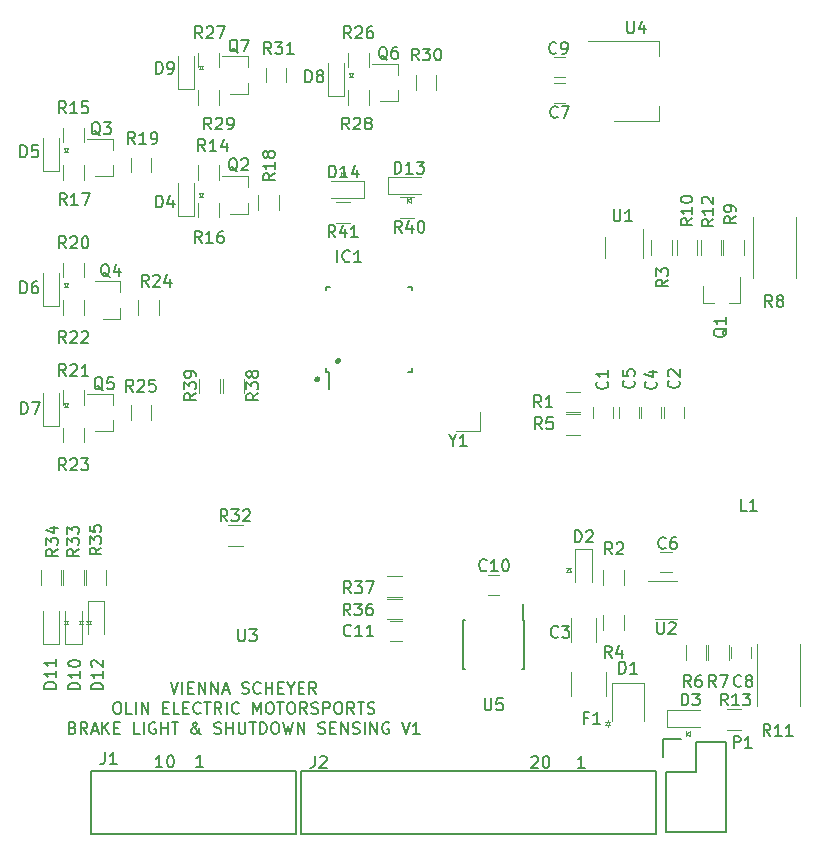
<source format=gto>
G04 #@! TF.FileFunction,Legend,Top*
%FSLAX46Y46*%
G04 Gerber Fmt 4.6, Leading zero omitted, Abs format (unit mm)*
G04 Created by KiCad (PCBNEW 4.0.7-e2-6376~58~ubuntu16.04.1) date Wed Dec 20 20:17:26 2017*
%MOMM*%
%LPD*%
G01*
G04 APERTURE LIST*
%ADD10C,0.100000*%
%ADD11C,0.200000*%
%ADD12C,0.120000*%
%ADD13C,0.150000*%
%ADD14C,0.500000*%
G04 APERTURE END LIST*
D10*
D11*
X128050114Y-126885981D02*
X128383447Y-127885981D01*
X128716781Y-126885981D01*
X129050114Y-127885981D02*
X129050114Y-126885981D01*
X129526304Y-127362171D02*
X129859638Y-127362171D01*
X130002495Y-127885981D02*
X129526304Y-127885981D01*
X129526304Y-126885981D01*
X130002495Y-126885981D01*
X130431066Y-127885981D02*
X130431066Y-126885981D01*
X131002495Y-127885981D01*
X131002495Y-126885981D01*
X131478685Y-127885981D02*
X131478685Y-126885981D01*
X132050114Y-127885981D01*
X132050114Y-126885981D01*
X132478685Y-127600267D02*
X132954876Y-127600267D01*
X132383447Y-127885981D02*
X132716780Y-126885981D01*
X133050114Y-127885981D01*
X134097733Y-127838362D02*
X134240590Y-127885981D01*
X134478686Y-127885981D01*
X134573924Y-127838362D01*
X134621543Y-127790743D01*
X134669162Y-127695505D01*
X134669162Y-127600267D01*
X134621543Y-127505029D01*
X134573924Y-127457410D01*
X134478686Y-127409790D01*
X134288209Y-127362171D01*
X134192971Y-127314552D01*
X134145352Y-127266933D01*
X134097733Y-127171695D01*
X134097733Y-127076457D01*
X134145352Y-126981219D01*
X134192971Y-126933600D01*
X134288209Y-126885981D01*
X134526305Y-126885981D01*
X134669162Y-126933600D01*
X135669162Y-127790743D02*
X135621543Y-127838362D01*
X135478686Y-127885981D01*
X135383448Y-127885981D01*
X135240590Y-127838362D01*
X135145352Y-127743124D01*
X135097733Y-127647886D01*
X135050114Y-127457410D01*
X135050114Y-127314552D01*
X135097733Y-127124076D01*
X135145352Y-127028838D01*
X135240590Y-126933600D01*
X135383448Y-126885981D01*
X135478686Y-126885981D01*
X135621543Y-126933600D01*
X135669162Y-126981219D01*
X136097733Y-127885981D02*
X136097733Y-126885981D01*
X136097733Y-127362171D02*
X136669162Y-127362171D01*
X136669162Y-127885981D02*
X136669162Y-126885981D01*
X137145352Y-127362171D02*
X137478686Y-127362171D01*
X137621543Y-127885981D02*
X137145352Y-127885981D01*
X137145352Y-126885981D01*
X137621543Y-126885981D01*
X138240590Y-127409790D02*
X138240590Y-127885981D01*
X137907257Y-126885981D02*
X138240590Y-127409790D01*
X138573924Y-126885981D01*
X138907257Y-127362171D02*
X139240591Y-127362171D01*
X139383448Y-127885981D02*
X138907257Y-127885981D01*
X138907257Y-126885981D01*
X139383448Y-126885981D01*
X140383448Y-127885981D02*
X140050114Y-127409790D01*
X139812019Y-127885981D02*
X139812019Y-126885981D01*
X140192972Y-126885981D01*
X140288210Y-126933600D01*
X140335829Y-126981219D01*
X140383448Y-127076457D01*
X140383448Y-127219314D01*
X140335829Y-127314552D01*
X140288210Y-127362171D01*
X140192972Y-127409790D01*
X139812019Y-127409790D01*
X123454876Y-128585981D02*
X123645353Y-128585981D01*
X123740591Y-128633600D01*
X123835829Y-128728838D01*
X123883448Y-128919314D01*
X123883448Y-129252648D01*
X123835829Y-129443124D01*
X123740591Y-129538362D01*
X123645353Y-129585981D01*
X123454876Y-129585981D01*
X123359638Y-129538362D01*
X123264400Y-129443124D01*
X123216781Y-129252648D01*
X123216781Y-128919314D01*
X123264400Y-128728838D01*
X123359638Y-128633600D01*
X123454876Y-128585981D01*
X124788210Y-129585981D02*
X124312019Y-129585981D01*
X124312019Y-128585981D01*
X125121543Y-129585981D02*
X125121543Y-128585981D01*
X125597733Y-129585981D02*
X125597733Y-128585981D01*
X126169162Y-129585981D01*
X126169162Y-128585981D01*
X127407257Y-129062171D02*
X127740591Y-129062171D01*
X127883448Y-129585981D02*
X127407257Y-129585981D01*
X127407257Y-128585981D01*
X127883448Y-128585981D01*
X128788210Y-129585981D02*
X128312019Y-129585981D01*
X128312019Y-128585981D01*
X129121543Y-129062171D02*
X129454877Y-129062171D01*
X129597734Y-129585981D02*
X129121543Y-129585981D01*
X129121543Y-128585981D01*
X129597734Y-128585981D01*
X130597734Y-129490743D02*
X130550115Y-129538362D01*
X130407258Y-129585981D01*
X130312020Y-129585981D01*
X130169162Y-129538362D01*
X130073924Y-129443124D01*
X130026305Y-129347886D01*
X129978686Y-129157410D01*
X129978686Y-129014552D01*
X130026305Y-128824076D01*
X130073924Y-128728838D01*
X130169162Y-128633600D01*
X130312020Y-128585981D01*
X130407258Y-128585981D01*
X130550115Y-128633600D01*
X130597734Y-128681219D01*
X130883448Y-128585981D02*
X131454877Y-128585981D01*
X131169162Y-129585981D02*
X131169162Y-128585981D01*
X132359639Y-129585981D02*
X132026305Y-129109790D01*
X131788210Y-129585981D02*
X131788210Y-128585981D01*
X132169163Y-128585981D01*
X132264401Y-128633600D01*
X132312020Y-128681219D01*
X132359639Y-128776457D01*
X132359639Y-128919314D01*
X132312020Y-129014552D01*
X132264401Y-129062171D01*
X132169163Y-129109790D01*
X131788210Y-129109790D01*
X132788210Y-129585981D02*
X132788210Y-128585981D01*
X133835829Y-129490743D02*
X133788210Y-129538362D01*
X133645353Y-129585981D01*
X133550115Y-129585981D01*
X133407257Y-129538362D01*
X133312019Y-129443124D01*
X133264400Y-129347886D01*
X133216781Y-129157410D01*
X133216781Y-129014552D01*
X133264400Y-128824076D01*
X133312019Y-128728838D01*
X133407257Y-128633600D01*
X133550115Y-128585981D01*
X133645353Y-128585981D01*
X133788210Y-128633600D01*
X133835829Y-128681219D01*
X135026305Y-129585981D02*
X135026305Y-128585981D01*
X135359639Y-129300267D01*
X135692972Y-128585981D01*
X135692972Y-129585981D01*
X136359638Y-128585981D02*
X136550115Y-128585981D01*
X136645353Y-128633600D01*
X136740591Y-128728838D01*
X136788210Y-128919314D01*
X136788210Y-129252648D01*
X136740591Y-129443124D01*
X136645353Y-129538362D01*
X136550115Y-129585981D01*
X136359638Y-129585981D01*
X136264400Y-129538362D01*
X136169162Y-129443124D01*
X136121543Y-129252648D01*
X136121543Y-128919314D01*
X136169162Y-128728838D01*
X136264400Y-128633600D01*
X136359638Y-128585981D01*
X137073924Y-128585981D02*
X137645353Y-128585981D01*
X137359638Y-129585981D02*
X137359638Y-128585981D01*
X138169162Y-128585981D02*
X138359639Y-128585981D01*
X138454877Y-128633600D01*
X138550115Y-128728838D01*
X138597734Y-128919314D01*
X138597734Y-129252648D01*
X138550115Y-129443124D01*
X138454877Y-129538362D01*
X138359639Y-129585981D01*
X138169162Y-129585981D01*
X138073924Y-129538362D01*
X137978686Y-129443124D01*
X137931067Y-129252648D01*
X137931067Y-128919314D01*
X137978686Y-128728838D01*
X138073924Y-128633600D01*
X138169162Y-128585981D01*
X139597734Y-129585981D02*
X139264400Y-129109790D01*
X139026305Y-129585981D02*
X139026305Y-128585981D01*
X139407258Y-128585981D01*
X139502496Y-128633600D01*
X139550115Y-128681219D01*
X139597734Y-128776457D01*
X139597734Y-128919314D01*
X139550115Y-129014552D01*
X139502496Y-129062171D01*
X139407258Y-129109790D01*
X139026305Y-129109790D01*
X139978686Y-129538362D02*
X140121543Y-129585981D01*
X140359639Y-129585981D01*
X140454877Y-129538362D01*
X140502496Y-129490743D01*
X140550115Y-129395505D01*
X140550115Y-129300267D01*
X140502496Y-129205029D01*
X140454877Y-129157410D01*
X140359639Y-129109790D01*
X140169162Y-129062171D01*
X140073924Y-129014552D01*
X140026305Y-128966933D01*
X139978686Y-128871695D01*
X139978686Y-128776457D01*
X140026305Y-128681219D01*
X140073924Y-128633600D01*
X140169162Y-128585981D01*
X140407258Y-128585981D01*
X140550115Y-128633600D01*
X140978686Y-129585981D02*
X140978686Y-128585981D01*
X141359639Y-128585981D01*
X141454877Y-128633600D01*
X141502496Y-128681219D01*
X141550115Y-128776457D01*
X141550115Y-128919314D01*
X141502496Y-129014552D01*
X141454877Y-129062171D01*
X141359639Y-129109790D01*
X140978686Y-129109790D01*
X142169162Y-128585981D02*
X142359639Y-128585981D01*
X142454877Y-128633600D01*
X142550115Y-128728838D01*
X142597734Y-128919314D01*
X142597734Y-129252648D01*
X142550115Y-129443124D01*
X142454877Y-129538362D01*
X142359639Y-129585981D01*
X142169162Y-129585981D01*
X142073924Y-129538362D01*
X141978686Y-129443124D01*
X141931067Y-129252648D01*
X141931067Y-128919314D01*
X141978686Y-128728838D01*
X142073924Y-128633600D01*
X142169162Y-128585981D01*
X143597734Y-129585981D02*
X143264400Y-129109790D01*
X143026305Y-129585981D02*
X143026305Y-128585981D01*
X143407258Y-128585981D01*
X143502496Y-128633600D01*
X143550115Y-128681219D01*
X143597734Y-128776457D01*
X143597734Y-128919314D01*
X143550115Y-129014552D01*
X143502496Y-129062171D01*
X143407258Y-129109790D01*
X143026305Y-129109790D01*
X143883448Y-128585981D02*
X144454877Y-128585981D01*
X144169162Y-129585981D02*
X144169162Y-128585981D01*
X144740591Y-129538362D02*
X144883448Y-129585981D01*
X145121544Y-129585981D01*
X145216782Y-129538362D01*
X145264401Y-129490743D01*
X145312020Y-129395505D01*
X145312020Y-129300267D01*
X145264401Y-129205029D01*
X145216782Y-129157410D01*
X145121544Y-129109790D01*
X144931067Y-129062171D01*
X144835829Y-129014552D01*
X144788210Y-128966933D01*
X144740591Y-128871695D01*
X144740591Y-128776457D01*
X144788210Y-128681219D01*
X144835829Y-128633600D01*
X144931067Y-128585981D01*
X145169163Y-128585981D01*
X145312020Y-128633600D01*
X119764400Y-130762171D02*
X119907257Y-130809790D01*
X119954876Y-130857410D01*
X120002495Y-130952648D01*
X120002495Y-131095505D01*
X119954876Y-131190743D01*
X119907257Y-131238362D01*
X119812019Y-131285981D01*
X119431066Y-131285981D01*
X119431066Y-130285981D01*
X119764400Y-130285981D01*
X119859638Y-130333600D01*
X119907257Y-130381219D01*
X119954876Y-130476457D01*
X119954876Y-130571695D01*
X119907257Y-130666933D01*
X119859638Y-130714552D01*
X119764400Y-130762171D01*
X119431066Y-130762171D01*
X121002495Y-131285981D02*
X120669161Y-130809790D01*
X120431066Y-131285981D02*
X120431066Y-130285981D01*
X120812019Y-130285981D01*
X120907257Y-130333600D01*
X120954876Y-130381219D01*
X121002495Y-130476457D01*
X121002495Y-130619314D01*
X120954876Y-130714552D01*
X120907257Y-130762171D01*
X120812019Y-130809790D01*
X120431066Y-130809790D01*
X121383447Y-131000267D02*
X121859638Y-131000267D01*
X121288209Y-131285981D02*
X121621542Y-130285981D01*
X121954876Y-131285981D01*
X122288209Y-131285981D02*
X122288209Y-130285981D01*
X122859638Y-131285981D02*
X122431066Y-130714552D01*
X122859638Y-130285981D02*
X122288209Y-130857410D01*
X123288209Y-130762171D02*
X123621543Y-130762171D01*
X123764400Y-131285981D02*
X123288209Y-131285981D01*
X123288209Y-130285981D01*
X123764400Y-130285981D01*
X125431067Y-131285981D02*
X124954876Y-131285981D01*
X124954876Y-130285981D01*
X125764400Y-131285981D02*
X125764400Y-130285981D01*
X126764400Y-130333600D02*
X126669162Y-130285981D01*
X126526305Y-130285981D01*
X126383447Y-130333600D01*
X126288209Y-130428838D01*
X126240590Y-130524076D01*
X126192971Y-130714552D01*
X126192971Y-130857410D01*
X126240590Y-131047886D01*
X126288209Y-131143124D01*
X126383447Y-131238362D01*
X126526305Y-131285981D01*
X126621543Y-131285981D01*
X126764400Y-131238362D01*
X126812019Y-131190743D01*
X126812019Y-130857410D01*
X126621543Y-130857410D01*
X127240590Y-131285981D02*
X127240590Y-130285981D01*
X127240590Y-130762171D02*
X127812019Y-130762171D01*
X127812019Y-131285981D02*
X127812019Y-130285981D01*
X128145352Y-130285981D02*
X128716781Y-130285981D01*
X128431066Y-131285981D02*
X128431066Y-130285981D01*
X130621543Y-131285981D02*
X130573924Y-131285981D01*
X130478686Y-131238362D01*
X130335829Y-131095505D01*
X130097734Y-130809790D01*
X130002495Y-130666933D01*
X129954876Y-130524076D01*
X129954876Y-130428838D01*
X130002495Y-130333600D01*
X130097734Y-130285981D01*
X130145353Y-130285981D01*
X130240591Y-130333600D01*
X130288210Y-130428838D01*
X130288210Y-130476457D01*
X130240591Y-130571695D01*
X130192972Y-130619314D01*
X129907257Y-130809790D01*
X129859638Y-130857410D01*
X129812019Y-130952648D01*
X129812019Y-131095505D01*
X129859638Y-131190743D01*
X129907257Y-131238362D01*
X130002495Y-131285981D01*
X130145353Y-131285981D01*
X130240591Y-131238362D01*
X130288210Y-131190743D01*
X130431067Y-131000267D01*
X130478686Y-130857410D01*
X130478686Y-130762171D01*
X131764400Y-131238362D02*
X131907257Y-131285981D01*
X132145353Y-131285981D01*
X132240591Y-131238362D01*
X132288210Y-131190743D01*
X132335829Y-131095505D01*
X132335829Y-131000267D01*
X132288210Y-130905029D01*
X132240591Y-130857410D01*
X132145353Y-130809790D01*
X131954876Y-130762171D01*
X131859638Y-130714552D01*
X131812019Y-130666933D01*
X131764400Y-130571695D01*
X131764400Y-130476457D01*
X131812019Y-130381219D01*
X131859638Y-130333600D01*
X131954876Y-130285981D01*
X132192972Y-130285981D01*
X132335829Y-130333600D01*
X132764400Y-131285981D02*
X132764400Y-130285981D01*
X132764400Y-130762171D02*
X133335829Y-130762171D01*
X133335829Y-131285981D02*
X133335829Y-130285981D01*
X133812019Y-130285981D02*
X133812019Y-131095505D01*
X133859638Y-131190743D01*
X133907257Y-131238362D01*
X134002495Y-131285981D01*
X134192972Y-131285981D01*
X134288210Y-131238362D01*
X134335829Y-131190743D01*
X134383448Y-131095505D01*
X134383448Y-130285981D01*
X134716781Y-130285981D02*
X135288210Y-130285981D01*
X135002495Y-131285981D02*
X135002495Y-130285981D01*
X135621543Y-131285981D02*
X135621543Y-130285981D01*
X135859638Y-130285981D01*
X136002496Y-130333600D01*
X136097734Y-130428838D01*
X136145353Y-130524076D01*
X136192972Y-130714552D01*
X136192972Y-130857410D01*
X136145353Y-131047886D01*
X136097734Y-131143124D01*
X136002496Y-131238362D01*
X135859638Y-131285981D01*
X135621543Y-131285981D01*
X136812019Y-130285981D02*
X137002496Y-130285981D01*
X137097734Y-130333600D01*
X137192972Y-130428838D01*
X137240591Y-130619314D01*
X137240591Y-130952648D01*
X137192972Y-131143124D01*
X137097734Y-131238362D01*
X137002496Y-131285981D01*
X136812019Y-131285981D01*
X136716781Y-131238362D01*
X136621543Y-131143124D01*
X136573924Y-130952648D01*
X136573924Y-130619314D01*
X136621543Y-130428838D01*
X136716781Y-130333600D01*
X136812019Y-130285981D01*
X137573924Y-130285981D02*
X137812019Y-131285981D01*
X138002496Y-130571695D01*
X138192972Y-131285981D01*
X138431067Y-130285981D01*
X138812019Y-131285981D02*
X138812019Y-130285981D01*
X139383448Y-131285981D01*
X139383448Y-130285981D01*
X140573924Y-131238362D02*
X140716781Y-131285981D01*
X140954877Y-131285981D01*
X141050115Y-131238362D01*
X141097734Y-131190743D01*
X141145353Y-131095505D01*
X141145353Y-131000267D01*
X141097734Y-130905029D01*
X141050115Y-130857410D01*
X140954877Y-130809790D01*
X140764400Y-130762171D01*
X140669162Y-130714552D01*
X140621543Y-130666933D01*
X140573924Y-130571695D01*
X140573924Y-130476457D01*
X140621543Y-130381219D01*
X140669162Y-130333600D01*
X140764400Y-130285981D01*
X141002496Y-130285981D01*
X141145353Y-130333600D01*
X141573924Y-130762171D02*
X141907258Y-130762171D01*
X142050115Y-131285981D02*
X141573924Y-131285981D01*
X141573924Y-130285981D01*
X142050115Y-130285981D01*
X142478686Y-131285981D02*
X142478686Y-130285981D01*
X143050115Y-131285981D01*
X143050115Y-130285981D01*
X143478686Y-131238362D02*
X143621543Y-131285981D01*
X143859639Y-131285981D01*
X143954877Y-131238362D01*
X144002496Y-131190743D01*
X144050115Y-131095505D01*
X144050115Y-131000267D01*
X144002496Y-130905029D01*
X143954877Y-130857410D01*
X143859639Y-130809790D01*
X143669162Y-130762171D01*
X143573924Y-130714552D01*
X143526305Y-130666933D01*
X143478686Y-130571695D01*
X143478686Y-130476457D01*
X143526305Y-130381219D01*
X143573924Y-130333600D01*
X143669162Y-130285981D01*
X143907258Y-130285981D01*
X144050115Y-130333600D01*
X144478686Y-131285981D02*
X144478686Y-130285981D01*
X144954876Y-131285981D02*
X144954876Y-130285981D01*
X145526305Y-131285981D01*
X145526305Y-130285981D01*
X146526305Y-130333600D02*
X146431067Y-130285981D01*
X146288210Y-130285981D01*
X146145352Y-130333600D01*
X146050114Y-130428838D01*
X146002495Y-130524076D01*
X145954876Y-130714552D01*
X145954876Y-130857410D01*
X146002495Y-131047886D01*
X146050114Y-131143124D01*
X146145352Y-131238362D01*
X146288210Y-131285981D01*
X146383448Y-131285981D01*
X146526305Y-131238362D01*
X146573924Y-131190743D01*
X146573924Y-130857410D01*
X146383448Y-130857410D01*
X147621543Y-130285981D02*
X147954876Y-131285981D01*
X148288210Y-130285981D01*
X149145353Y-131285981D02*
X148573924Y-131285981D01*
X148859638Y-131285981D02*
X148859638Y-130285981D01*
X148764400Y-130428838D01*
X148669162Y-130524076D01*
X148573924Y-130571695D01*
D12*
X144446400Y-85891600D02*
X144446400Y-84491600D01*
D10*
X142792400Y-84121600D02*
X142792400Y-83721600D01*
X142792400Y-83921600D02*
X142492400Y-84121600D01*
X142492400Y-83721600D02*
X142792400Y-83921600D01*
X142492400Y-84121600D02*
X142492400Y-83721600D01*
D12*
X144446400Y-84491600D02*
X141646400Y-84491600D01*
X144446400Y-85891600D02*
X141646400Y-85891600D01*
D13*
X139122200Y-134433800D02*
X139122200Y-139733800D01*
X169132200Y-134433800D02*
X169132200Y-139733800D01*
X139122200Y-134433800D02*
X169132200Y-134433800D01*
X139122200Y-139733800D02*
X169132200Y-139733800D01*
D12*
X122442200Y-120043800D02*
X121042200Y-120043800D01*
D10*
X120672200Y-121697800D02*
X120272200Y-121697800D01*
X120472200Y-121697800D02*
X120672200Y-121997800D01*
X120272200Y-121997800D02*
X120472200Y-121697800D01*
X120672200Y-121997800D02*
X120272200Y-121997800D01*
D12*
X121042200Y-120043800D02*
X121042200Y-122843800D01*
X122442200Y-120043800D02*
X122442200Y-122843800D01*
X167677200Y-104563800D02*
X167677200Y-103563800D01*
X165977200Y-103563800D02*
X165977200Y-104563800D01*
D13*
X157972200Y-121673800D02*
X157922200Y-121673800D01*
X157972200Y-125823800D02*
X157827200Y-125823800D01*
X152822200Y-125823800D02*
X152967200Y-125823800D01*
X152822200Y-121673800D02*
X152967200Y-121673800D01*
X157972200Y-121673800D02*
X157972200Y-125823800D01*
X152822200Y-121673800D02*
X152822200Y-125823800D01*
X157922200Y-121673800D02*
X157922200Y-120273800D01*
D12*
X176597200Y-89493800D02*
X176597200Y-90693800D01*
X174837200Y-90693800D02*
X174837200Y-89493800D01*
X165518200Y-104563800D02*
X165518200Y-103563800D01*
X163818200Y-103563800D02*
X163818200Y-104563800D01*
X171487200Y-104563800D02*
X171487200Y-103563800D01*
X169787200Y-103563800D02*
X169787200Y-104563800D01*
X164037200Y-123478800D02*
X164037200Y-121478800D01*
X161997200Y-121478800D02*
X161997200Y-123478800D01*
X169582200Y-104563800D02*
X169582200Y-103563800D01*
X167882200Y-103563800D02*
X167882200Y-104563800D01*
X169502200Y-117613800D02*
X170502200Y-117613800D01*
X170502200Y-115913800D02*
X169502200Y-115913800D01*
X160485200Y-77862800D02*
X161485200Y-77862800D01*
X161485200Y-76162800D02*
X160485200Y-76162800D01*
X177202200Y-124883800D02*
X177202200Y-123883800D01*
X175502200Y-123883800D02*
X175502200Y-124883800D01*
X160485200Y-75703800D02*
X161485200Y-75703800D01*
X161485200Y-74003800D02*
X160485200Y-74003800D01*
X155897200Y-117818800D02*
X154897200Y-117818800D01*
X154897200Y-119518800D02*
X155897200Y-119518800D01*
X146642200Y-123455800D02*
X147642200Y-123455800D01*
X147642200Y-121755800D02*
X146642200Y-121755800D01*
X168097200Y-126987300D02*
X165430200Y-126987300D01*
D10*
X165067700Y-130546300D02*
X165067700Y-130696300D01*
X165267700Y-130546300D02*
X165067700Y-130246300D01*
X164867700Y-130546300D02*
X165267700Y-130546300D01*
X165067700Y-130246300D02*
X164867700Y-130546300D01*
X165067700Y-130246300D02*
X165067700Y-130096300D01*
X164867700Y-130246300D02*
X165267700Y-130246300D01*
D12*
X165430200Y-126987300D02*
X165430200Y-130162300D01*
X168097200Y-126987300D02*
X168097200Y-130162300D01*
X163717200Y-115598800D02*
X162317200Y-115598800D01*
D10*
X161947200Y-117252800D02*
X161547200Y-117252800D01*
X161747200Y-117252800D02*
X161947200Y-117552800D01*
X161547200Y-117552800D02*
X161747200Y-117252800D01*
X161947200Y-117552800D02*
X161547200Y-117552800D01*
D12*
X162317200Y-115598800D02*
X162317200Y-118398800D01*
X163717200Y-115598800D02*
X163717200Y-118398800D01*
X170056400Y-129297200D02*
X170056400Y-130697200D01*
D10*
X171710400Y-131067200D02*
X171710400Y-131467200D01*
X171710400Y-131267200D02*
X172010400Y-131067200D01*
X172010400Y-131467200D02*
X171710400Y-131267200D01*
X172010400Y-131067200D02*
X172010400Y-131467200D01*
D12*
X170056400Y-130697200D02*
X172856400Y-130697200D01*
X170056400Y-129297200D02*
X172856400Y-129297200D01*
X128662200Y-87448800D02*
X130062200Y-87448800D01*
D10*
X130432200Y-85794800D02*
X130832200Y-85794800D01*
X130632200Y-85794800D02*
X130432200Y-85494800D01*
X130832200Y-85494800D02*
X130632200Y-85794800D01*
X130432200Y-85494800D02*
X130832200Y-85494800D01*
D12*
X130062200Y-87448800D02*
X130062200Y-84648800D01*
X128662200Y-87448800D02*
X128662200Y-84648800D01*
X117232200Y-83638800D02*
X118632200Y-83638800D01*
D10*
X119002200Y-81984800D02*
X119402200Y-81984800D01*
X119202200Y-81984800D02*
X119002200Y-81684800D01*
X119402200Y-81684800D02*
X119202200Y-81984800D01*
X119002200Y-81684800D02*
X119402200Y-81684800D01*
D12*
X118632200Y-83638800D02*
X118632200Y-80838800D01*
X117232200Y-83638800D02*
X117232200Y-80838800D01*
X117232200Y-95068800D02*
X118632200Y-95068800D01*
D10*
X119002200Y-93414800D02*
X119402200Y-93414800D01*
X119202200Y-93414800D02*
X119002200Y-93114800D01*
X119402200Y-93114800D02*
X119202200Y-93414800D01*
X119002200Y-93114800D02*
X119402200Y-93114800D01*
D12*
X118632200Y-95068800D02*
X118632200Y-92268800D01*
X117232200Y-95068800D02*
X117232200Y-92268800D01*
X117232200Y-105228800D02*
X118632200Y-105228800D01*
D10*
X119002200Y-103574800D02*
X119402200Y-103574800D01*
X119202200Y-103574800D02*
X119002200Y-103274800D01*
X119402200Y-103274800D02*
X119202200Y-103574800D01*
X119002200Y-103274800D02*
X119402200Y-103274800D01*
D12*
X118632200Y-105228800D02*
X118632200Y-102428800D01*
X117232200Y-105228800D02*
X117232200Y-102428800D01*
X141362200Y-77288800D02*
X142762200Y-77288800D01*
D10*
X143132200Y-75634800D02*
X143532200Y-75634800D01*
X143332200Y-75634800D02*
X143132200Y-75334800D01*
X143532200Y-75334800D02*
X143332200Y-75634800D01*
X143132200Y-75334800D02*
X143532200Y-75334800D01*
D12*
X142762200Y-77288800D02*
X142762200Y-74488800D01*
X141362200Y-77288800D02*
X141362200Y-74488800D01*
X128662200Y-76653800D02*
X130062200Y-76653800D01*
D10*
X130432200Y-74999800D02*
X130832200Y-74999800D01*
X130632200Y-74999800D02*
X130432200Y-74699800D01*
X130832200Y-74699800D02*
X130632200Y-74999800D01*
X130432200Y-74699800D02*
X130832200Y-74699800D01*
D12*
X130062200Y-76653800D02*
X130062200Y-73853800D01*
X128662200Y-76653800D02*
X128662200Y-73853800D01*
X119137200Y-123643800D02*
X120537200Y-123643800D01*
D10*
X120907200Y-121989800D02*
X121307200Y-121989800D01*
X121107200Y-121989800D02*
X120907200Y-121689800D01*
X121307200Y-121689800D02*
X121107200Y-121989800D01*
X120907200Y-121689800D02*
X121307200Y-121689800D01*
D12*
X120537200Y-123643800D02*
X120537200Y-120843800D01*
X119137200Y-123643800D02*
X119137200Y-120843800D01*
X117232200Y-123643800D02*
X118632200Y-123643800D01*
D10*
X119002200Y-121989800D02*
X119402200Y-121989800D01*
X119202200Y-121989800D02*
X119002200Y-121689800D01*
X119402200Y-121689800D02*
X119202200Y-121989800D01*
X119002200Y-121689800D02*
X119402200Y-121689800D01*
D12*
X118632200Y-123643800D02*
X118632200Y-120843800D01*
X117232200Y-123643800D02*
X117232200Y-120843800D01*
X164903600Y-126050800D02*
X164903600Y-128050800D01*
X161943600Y-128050800D02*
X161943600Y-126050800D01*
D13*
X138652200Y-139733800D02*
X138652200Y-134433800D01*
X121342200Y-139733800D02*
X121342200Y-134433800D01*
X138652200Y-139733800D02*
X121342200Y-139733800D01*
X138652200Y-134433800D02*
X121342200Y-134433800D01*
X170002200Y-134543800D02*
X170002200Y-139623800D01*
X169722200Y-131723800D02*
X171272200Y-131723800D01*
X172542200Y-132003800D02*
X172542200Y-134543800D01*
X172542200Y-134543800D02*
X170002200Y-134543800D01*
X170002200Y-139623800D02*
X175082200Y-139623800D01*
X175082200Y-139623800D02*
X175082200Y-134543800D01*
X169722200Y-131723800D02*
X169722200Y-133273800D01*
X175082200Y-132003800D02*
X172542200Y-132003800D01*
X175082200Y-134543800D02*
X175082200Y-132003800D01*
D12*
X173121200Y-94790800D02*
X174051200Y-94790800D01*
X176281200Y-94790800D02*
X175351200Y-94790800D01*
X176281200Y-94790800D02*
X176281200Y-92630800D01*
X173121200Y-94790800D02*
X173121200Y-93330800D01*
X134567200Y-87228800D02*
X134567200Y-86298800D01*
X134567200Y-84068800D02*
X134567200Y-84998800D01*
X134567200Y-84068800D02*
X132407200Y-84068800D01*
X134567200Y-87228800D02*
X133107200Y-87228800D01*
X123137200Y-84053800D02*
X123137200Y-83123800D01*
X123137200Y-80893800D02*
X123137200Y-81823800D01*
X123137200Y-80893800D02*
X120977200Y-80893800D01*
X123137200Y-84053800D02*
X121677200Y-84053800D01*
X123772200Y-96118800D02*
X123772200Y-95188800D01*
X123772200Y-92958800D02*
X123772200Y-93888800D01*
X123772200Y-92958800D02*
X121612200Y-92958800D01*
X123772200Y-96118800D02*
X122312200Y-96118800D01*
X123137200Y-105643800D02*
X123137200Y-104713800D01*
X123137200Y-102483800D02*
X123137200Y-103413800D01*
X123137200Y-102483800D02*
X120977200Y-102483800D01*
X123137200Y-105643800D02*
X121677200Y-105643800D01*
X147267200Y-77703800D02*
X147267200Y-76773800D01*
X147267200Y-74543800D02*
X147267200Y-75473800D01*
X147267200Y-74543800D02*
X145107200Y-74543800D01*
X147267200Y-77703800D02*
X145807200Y-77703800D01*
X134567200Y-77068800D02*
X134567200Y-76138800D01*
X134567200Y-73908800D02*
X134567200Y-74838800D01*
X134567200Y-73908800D02*
X132407200Y-73908800D01*
X134567200Y-77068800D02*
X133107200Y-77068800D01*
X161528200Y-102294800D02*
X162728200Y-102294800D01*
X162728200Y-104054800D02*
X161528200Y-104054800D01*
X166437200Y-117433800D02*
X166437200Y-118633800D01*
X164677200Y-118633800D02*
X164677200Y-117433800D01*
X170501200Y-89493800D02*
X170501200Y-90693800D01*
X168741200Y-90693800D02*
X168741200Y-89493800D01*
X164677200Y-122443800D02*
X164677200Y-121243800D01*
X166437200Y-121243800D02*
X166437200Y-122443800D01*
X161528200Y-104199800D02*
X162728200Y-104199800D01*
X162728200Y-105959800D02*
X161528200Y-105959800D01*
X171662200Y-124983800D02*
X171662200Y-123783800D01*
X173422200Y-123783800D02*
X173422200Y-124983800D01*
X175327200Y-123783800D02*
X175327200Y-124983800D01*
X173567200Y-124983800D02*
X173567200Y-123783800D01*
X180966200Y-87493800D02*
X180966200Y-92693800D01*
X177326200Y-92693800D02*
X177326200Y-87493800D01*
X172660200Y-89493800D02*
X172660200Y-90693800D01*
X170900200Y-90693800D02*
X170900200Y-89493800D01*
X181347200Y-123688800D02*
X181347200Y-128888800D01*
X177707200Y-128888800D02*
X177707200Y-123688800D01*
X172932200Y-90693800D02*
X172932200Y-89493800D01*
X174692200Y-89493800D02*
X174692200Y-90693800D01*
X175168000Y-129168000D02*
X176368000Y-129168000D01*
X176368000Y-130928000D02*
X175168000Y-130928000D01*
X132147200Y-83143800D02*
X132147200Y-84343800D01*
X130387200Y-84343800D02*
X130387200Y-83143800D01*
X120717200Y-79968800D02*
X120717200Y-81168800D01*
X118957200Y-81168800D02*
X118957200Y-79968800D01*
X130387200Y-87518800D02*
X130387200Y-86318800D01*
X132147200Y-86318800D02*
X132147200Y-87518800D01*
X118957200Y-84343800D02*
X118957200Y-83143800D01*
X120717200Y-83143800D02*
X120717200Y-84343800D01*
X137227200Y-85683800D02*
X137227200Y-86883800D01*
X135467200Y-86883800D02*
X135467200Y-85683800D01*
X126432200Y-82508800D02*
X126432200Y-83708800D01*
X124672200Y-83708800D02*
X124672200Y-82508800D01*
X120717200Y-91398800D02*
X120717200Y-92598800D01*
X118957200Y-92598800D02*
X118957200Y-91398800D01*
X120717200Y-102193800D02*
X120717200Y-103393800D01*
X118957200Y-103393800D02*
X118957200Y-102193800D01*
X118957200Y-95773800D02*
X118957200Y-94573800D01*
X120717200Y-94573800D02*
X120717200Y-95773800D01*
X118957200Y-106568800D02*
X118957200Y-105368800D01*
X120717200Y-105368800D02*
X120717200Y-106568800D01*
X127067200Y-94573800D02*
X127067200Y-95773800D01*
X125307200Y-95773800D02*
X125307200Y-94573800D01*
X124672200Y-104663800D02*
X124672200Y-103463800D01*
X126432200Y-103463800D02*
X126432200Y-104663800D01*
X144847200Y-73618800D02*
X144847200Y-74818800D01*
X143087200Y-74818800D02*
X143087200Y-73618800D01*
X132147200Y-73618800D02*
X132147200Y-74818800D01*
X130387200Y-74818800D02*
X130387200Y-73618800D01*
X143087200Y-77993800D02*
X143087200Y-76793800D01*
X144847200Y-76793800D02*
X144847200Y-77993800D01*
X130387200Y-77993800D02*
X130387200Y-76793800D01*
X132147200Y-76793800D02*
X132147200Y-77993800D01*
X148802200Y-76723800D02*
X148802200Y-75523800D01*
X150562200Y-75523800D02*
X150562200Y-76723800D01*
X136102200Y-76088800D02*
X136102200Y-74888800D01*
X137862200Y-74888800D02*
X137862200Y-76088800D01*
X118957200Y-118633800D02*
X118957200Y-117433800D01*
X120717200Y-117433800D02*
X120717200Y-118633800D01*
X117052200Y-118633800D02*
X117052200Y-117433800D01*
X118812200Y-117433800D02*
X118812200Y-118633800D01*
X120862200Y-118633800D02*
X120862200Y-117433800D01*
X122622200Y-117433800D02*
X122622200Y-118633800D01*
X146415200Y-119820800D02*
X147615200Y-119820800D01*
X147615200Y-121580800D02*
X146415200Y-121580800D01*
X146415200Y-117915800D02*
X147615200Y-117915800D01*
X147615200Y-119675800D02*
X146415200Y-119675800D01*
X164836200Y-89193800D02*
X164836200Y-90993800D01*
X168056200Y-90993800D02*
X168056200Y-88543800D01*
X169102200Y-121548800D02*
X170902200Y-121548800D01*
X170902200Y-118328800D02*
X168452200Y-118328800D01*
D10*
X154222200Y-105663800D02*
X152222200Y-105663800D01*
X154222200Y-105663800D02*
X154222200Y-104063800D01*
D14*
X142240000Y-99695000D02*
G75*
G03X142240000Y-99695000I-50800J0D01*
G01*
X140487400Y-101244400D02*
G75*
G03X140487400Y-101244400I-50800J0D01*
G01*
D13*
X141205800Y-100653000D02*
X141430800Y-100653000D01*
X141205800Y-93403000D02*
X141530800Y-93403000D01*
X148455800Y-93403000D02*
X148130800Y-93403000D01*
X148455800Y-100653000D02*
X148130800Y-100653000D01*
X141205800Y-100653000D02*
X141205800Y-100328000D01*
X148455800Y-100653000D02*
X148455800Y-100328000D01*
X148455800Y-93403000D02*
X148455800Y-93728000D01*
X141205800Y-93403000D02*
X141205800Y-93728000D01*
X141430800Y-100653000D02*
X141430800Y-102078000D01*
D12*
X169372200Y-79406800D02*
X169372200Y-78146800D01*
X169372200Y-72586800D02*
X169372200Y-73846800D01*
X165612200Y-79406800D02*
X169372200Y-79406800D01*
X163362200Y-72586800D02*
X169372200Y-72586800D01*
X132953200Y-113623200D02*
X134153200Y-113623200D01*
X134153200Y-115383200D02*
X132953200Y-115383200D01*
X146434400Y-84136000D02*
X146434400Y-85536000D01*
D10*
X148088400Y-85906000D02*
X148088400Y-86306000D01*
X148088400Y-86106000D02*
X148388400Y-85906000D01*
X148388400Y-86306000D02*
X148088400Y-86106000D01*
X148388400Y-85906000D02*
X148388400Y-86306000D01*
D12*
X146434400Y-85536000D02*
X149234400Y-85536000D01*
X146434400Y-84136000D02*
X149234400Y-84136000D01*
X132248800Y-101203200D02*
X132248800Y-102403200D01*
X130488800Y-102403200D02*
X130488800Y-101203200D01*
X134280800Y-101203200D02*
X134280800Y-102403200D01*
X132520800Y-102403200D02*
X132520800Y-101203200D01*
X148682000Y-87595600D02*
X147482000Y-87595600D01*
X147482000Y-85835600D02*
X148682000Y-85835600D01*
X142046400Y-86242000D02*
X143246400Y-86242000D01*
X143246400Y-88002000D02*
X142046400Y-88002000D01*
D13*
X141482914Y-84170781D02*
X141482914Y-83170781D01*
X141721009Y-83170781D01*
X141863867Y-83218400D01*
X141959105Y-83313638D01*
X142006724Y-83408876D01*
X142054343Y-83599352D01*
X142054343Y-83742210D01*
X142006724Y-83932686D01*
X141959105Y-84027924D01*
X141863867Y-84123162D01*
X141721009Y-84170781D01*
X141482914Y-84170781D01*
X143006724Y-84170781D02*
X142435295Y-84170781D01*
X142721009Y-84170781D02*
X142721009Y-83170781D01*
X142625771Y-83313638D01*
X142530533Y-83408876D01*
X142435295Y-83456495D01*
X143863867Y-83504114D02*
X143863867Y-84170781D01*
X143625771Y-83123162D02*
X143387676Y-83837448D01*
X144006724Y-83837448D01*
X140268367Y-133170681D02*
X140268367Y-133884967D01*
X140220747Y-134027824D01*
X140125509Y-134123062D01*
X139982652Y-134170681D01*
X139887414Y-134170681D01*
X140696938Y-133265919D02*
X140744557Y-133218300D01*
X140839795Y-133170681D01*
X141077891Y-133170681D01*
X141173129Y-133218300D01*
X141220748Y-133265919D01*
X141268367Y-133361157D01*
X141268367Y-133456395D01*
X141220748Y-133599252D01*
X140649319Y-134170681D01*
X141268367Y-134170681D01*
X158597695Y-133253219D02*
X158645314Y-133205600D01*
X158740552Y-133157981D01*
X158978648Y-133157981D01*
X159073886Y-133205600D01*
X159121505Y-133253219D01*
X159169124Y-133348457D01*
X159169124Y-133443695D01*
X159121505Y-133586552D01*
X158550076Y-134157981D01*
X159169124Y-134157981D01*
X159788171Y-133157981D02*
X159883410Y-133157981D01*
X159978648Y-133205600D01*
X160026267Y-133253219D01*
X160073886Y-133348457D01*
X160121505Y-133538933D01*
X160121505Y-133777029D01*
X160073886Y-133967505D01*
X160026267Y-134062743D01*
X159978648Y-134110362D01*
X159883410Y-134157981D01*
X159788171Y-134157981D01*
X159692933Y-134110362D01*
X159645314Y-134062743D01*
X159597695Y-133967505D01*
X159550076Y-133777029D01*
X159550076Y-133538933D01*
X159597695Y-133348457D01*
X159645314Y-133253219D01*
X159692933Y-133205600D01*
X159788171Y-133157981D01*
X163099715Y-134157981D02*
X162528286Y-134157981D01*
X162814000Y-134157981D02*
X162814000Y-133157981D01*
X162718762Y-133300838D01*
X162623524Y-133396076D01*
X162528286Y-133443695D01*
X122321581Y-127503086D02*
X121321581Y-127503086D01*
X121321581Y-127264991D01*
X121369200Y-127122133D01*
X121464438Y-127026895D01*
X121559676Y-126979276D01*
X121750152Y-126931657D01*
X121893010Y-126931657D01*
X122083486Y-126979276D01*
X122178724Y-127026895D01*
X122273962Y-127122133D01*
X122321581Y-127264991D01*
X122321581Y-127503086D01*
X122321581Y-125979276D02*
X122321581Y-126550705D01*
X122321581Y-126264991D02*
X121321581Y-126264991D01*
X121464438Y-126360229D01*
X121559676Y-126455467D01*
X121607295Y-126550705D01*
X121416819Y-125598324D02*
X121369200Y-125550705D01*
X121321581Y-125455467D01*
X121321581Y-125217371D01*
X121369200Y-125122133D01*
X121416819Y-125074514D01*
X121512057Y-125026895D01*
X121607295Y-125026895D01*
X121750152Y-125074514D01*
X122321581Y-125645943D01*
X122321581Y-125026895D01*
X167247843Y-101372966D02*
X167295462Y-101420585D01*
X167343081Y-101563442D01*
X167343081Y-101658680D01*
X167295462Y-101801538D01*
X167200224Y-101896776D01*
X167104986Y-101944395D01*
X166914510Y-101992014D01*
X166771652Y-101992014D01*
X166581176Y-101944395D01*
X166485938Y-101896776D01*
X166390700Y-101801538D01*
X166343081Y-101658680D01*
X166343081Y-101563442D01*
X166390700Y-101420585D01*
X166438319Y-101372966D01*
X166343081Y-100468204D02*
X166343081Y-100944395D01*
X166819271Y-100992014D01*
X166771652Y-100944395D01*
X166724033Y-100849157D01*
X166724033Y-100611061D01*
X166771652Y-100515823D01*
X166819271Y-100468204D01*
X166914510Y-100420585D01*
X167152605Y-100420585D01*
X167247843Y-100468204D01*
X167295462Y-100515823D01*
X167343081Y-100611061D01*
X167343081Y-100849157D01*
X167295462Y-100944395D01*
X167247843Y-100992014D01*
X154635295Y-128281181D02*
X154635295Y-129090705D01*
X154682914Y-129185943D01*
X154730533Y-129233562D01*
X154825771Y-129281181D01*
X155016248Y-129281181D01*
X155111486Y-129233562D01*
X155159105Y-129185943D01*
X155206724Y-129090705D01*
X155206724Y-128281181D01*
X156159105Y-128281181D02*
X155682914Y-128281181D01*
X155635295Y-128757371D01*
X155682914Y-128709752D01*
X155778152Y-128662133D01*
X156016248Y-128662133D01*
X156111486Y-128709752D01*
X156159105Y-128757371D01*
X156206724Y-128852610D01*
X156206724Y-129090705D01*
X156159105Y-129185943D01*
X156111486Y-129233562D01*
X156016248Y-129281181D01*
X155778152Y-129281181D01*
X155682914Y-129233562D01*
X155635295Y-129185943D01*
X175915581Y-87466466D02*
X175439390Y-87799800D01*
X175915581Y-88037895D02*
X174915581Y-88037895D01*
X174915581Y-87656942D01*
X174963200Y-87561704D01*
X175010819Y-87514085D01*
X175106057Y-87466466D01*
X175248914Y-87466466D01*
X175344152Y-87514085D01*
X175391771Y-87561704D01*
X175439390Y-87656942D01*
X175439390Y-88037895D01*
X175915581Y-86990276D02*
X175915581Y-86799800D01*
X175867962Y-86704561D01*
X175820343Y-86656942D01*
X175677486Y-86561704D01*
X175487010Y-86514085D01*
X175106057Y-86514085D01*
X175010819Y-86561704D01*
X174963200Y-86609323D01*
X174915581Y-86704561D01*
X174915581Y-86895038D01*
X174963200Y-86990276D01*
X175010819Y-87037895D01*
X175106057Y-87085514D01*
X175344152Y-87085514D01*
X175439390Y-87037895D01*
X175487010Y-86990276D01*
X175534629Y-86895038D01*
X175534629Y-86704561D01*
X175487010Y-86609323D01*
X175439390Y-86561704D01*
X175344152Y-86514085D01*
X164999943Y-101461866D02*
X165047562Y-101509485D01*
X165095181Y-101652342D01*
X165095181Y-101747580D01*
X165047562Y-101890438D01*
X164952324Y-101985676D01*
X164857086Y-102033295D01*
X164666610Y-102080914D01*
X164523752Y-102080914D01*
X164333276Y-102033295D01*
X164238038Y-101985676D01*
X164142800Y-101890438D01*
X164095181Y-101747580D01*
X164095181Y-101652342D01*
X164142800Y-101509485D01*
X164190419Y-101461866D01*
X165095181Y-100509485D02*
X165095181Y-101080914D01*
X165095181Y-100795200D02*
X164095181Y-100795200D01*
X164238038Y-100890438D01*
X164333276Y-100985676D01*
X164380895Y-101080914D01*
X171057843Y-101372966D02*
X171105462Y-101420585D01*
X171153081Y-101563442D01*
X171153081Y-101658680D01*
X171105462Y-101801538D01*
X171010224Y-101896776D01*
X170914986Y-101944395D01*
X170724510Y-101992014D01*
X170581652Y-101992014D01*
X170391176Y-101944395D01*
X170295938Y-101896776D01*
X170200700Y-101801538D01*
X170153081Y-101658680D01*
X170153081Y-101563442D01*
X170200700Y-101420585D01*
X170248319Y-101372966D01*
X170248319Y-100992014D02*
X170200700Y-100944395D01*
X170153081Y-100849157D01*
X170153081Y-100611061D01*
X170200700Y-100515823D01*
X170248319Y-100468204D01*
X170343557Y-100420585D01*
X170438795Y-100420585D01*
X170581652Y-100468204D01*
X171153081Y-101039633D01*
X171153081Y-100420585D01*
X160869334Y-123039143D02*
X160821715Y-123086762D01*
X160678858Y-123134381D01*
X160583620Y-123134381D01*
X160440762Y-123086762D01*
X160345524Y-122991524D01*
X160297905Y-122896286D01*
X160250286Y-122705810D01*
X160250286Y-122562952D01*
X160297905Y-122372476D01*
X160345524Y-122277238D01*
X160440762Y-122182000D01*
X160583620Y-122134381D01*
X160678858Y-122134381D01*
X160821715Y-122182000D01*
X160869334Y-122229619D01*
X161202667Y-122134381D02*
X161821715Y-122134381D01*
X161488381Y-122515333D01*
X161631239Y-122515333D01*
X161726477Y-122562952D01*
X161774096Y-122610571D01*
X161821715Y-122705810D01*
X161821715Y-122943905D01*
X161774096Y-123039143D01*
X161726477Y-123086762D01*
X161631239Y-123134381D01*
X161345524Y-123134381D01*
X161250286Y-123086762D01*
X161202667Y-123039143D01*
X169114743Y-101461866D02*
X169162362Y-101509485D01*
X169209981Y-101652342D01*
X169209981Y-101747580D01*
X169162362Y-101890438D01*
X169067124Y-101985676D01*
X168971886Y-102033295D01*
X168781410Y-102080914D01*
X168638552Y-102080914D01*
X168448076Y-102033295D01*
X168352838Y-101985676D01*
X168257600Y-101890438D01*
X168209981Y-101747580D01*
X168209981Y-101652342D01*
X168257600Y-101509485D01*
X168305219Y-101461866D01*
X168543314Y-100604723D02*
X169209981Y-100604723D01*
X168162362Y-100842819D02*
X168876648Y-101080914D01*
X168876648Y-100461866D01*
X169962534Y-115533443D02*
X169914915Y-115581062D01*
X169772058Y-115628681D01*
X169676820Y-115628681D01*
X169533962Y-115581062D01*
X169438724Y-115485824D01*
X169391105Y-115390586D01*
X169343486Y-115200110D01*
X169343486Y-115057252D01*
X169391105Y-114866776D01*
X169438724Y-114771538D01*
X169533962Y-114676300D01*
X169676820Y-114628681D01*
X169772058Y-114628681D01*
X169914915Y-114676300D01*
X169962534Y-114723919D01*
X170819677Y-114628681D02*
X170629200Y-114628681D01*
X170533962Y-114676300D01*
X170486343Y-114723919D01*
X170391105Y-114866776D01*
X170343486Y-115057252D01*
X170343486Y-115438205D01*
X170391105Y-115533443D01*
X170438724Y-115581062D01*
X170533962Y-115628681D01*
X170724439Y-115628681D01*
X170819677Y-115581062D01*
X170867296Y-115533443D01*
X170914915Y-115438205D01*
X170914915Y-115200110D01*
X170867296Y-115104871D01*
X170819677Y-115057252D01*
X170724439Y-115009633D01*
X170533962Y-115009633D01*
X170438724Y-115057252D01*
X170391105Y-115104871D01*
X170343486Y-115200110D01*
X160818534Y-79020943D02*
X160770915Y-79068562D01*
X160628058Y-79116181D01*
X160532820Y-79116181D01*
X160389962Y-79068562D01*
X160294724Y-78973324D01*
X160247105Y-78878086D01*
X160199486Y-78687610D01*
X160199486Y-78544752D01*
X160247105Y-78354276D01*
X160294724Y-78259038D01*
X160389962Y-78163800D01*
X160532820Y-78116181D01*
X160628058Y-78116181D01*
X160770915Y-78163800D01*
X160818534Y-78211419D01*
X161151867Y-78116181D02*
X161818534Y-78116181D01*
X161389962Y-79116181D01*
X176363334Y-127204743D02*
X176315715Y-127252362D01*
X176172858Y-127299981D01*
X176077620Y-127299981D01*
X175934762Y-127252362D01*
X175839524Y-127157124D01*
X175791905Y-127061886D01*
X175744286Y-126871410D01*
X175744286Y-126728552D01*
X175791905Y-126538076D01*
X175839524Y-126442838D01*
X175934762Y-126347600D01*
X176077620Y-126299981D01*
X176172858Y-126299981D01*
X176315715Y-126347600D01*
X176363334Y-126395219D01*
X176934762Y-126728552D02*
X176839524Y-126680933D01*
X176791905Y-126633314D01*
X176744286Y-126538076D01*
X176744286Y-126490457D01*
X176791905Y-126395219D01*
X176839524Y-126347600D01*
X176934762Y-126299981D01*
X177125239Y-126299981D01*
X177220477Y-126347600D01*
X177268096Y-126395219D01*
X177315715Y-126490457D01*
X177315715Y-126538076D01*
X177268096Y-126633314D01*
X177220477Y-126680933D01*
X177125239Y-126728552D01*
X176934762Y-126728552D01*
X176839524Y-126776171D01*
X176791905Y-126823790D01*
X176744286Y-126919029D01*
X176744286Y-127109505D01*
X176791905Y-127204743D01*
X176839524Y-127252362D01*
X176934762Y-127299981D01*
X177125239Y-127299981D01*
X177220477Y-127252362D01*
X177268096Y-127204743D01*
X177315715Y-127109505D01*
X177315715Y-126919029D01*
X177268096Y-126823790D01*
X177220477Y-126776171D01*
X177125239Y-126728552D01*
X160716934Y-73610743D02*
X160669315Y-73658362D01*
X160526458Y-73705981D01*
X160431220Y-73705981D01*
X160288362Y-73658362D01*
X160193124Y-73563124D01*
X160145505Y-73467886D01*
X160097886Y-73277410D01*
X160097886Y-73134552D01*
X160145505Y-72944076D01*
X160193124Y-72848838D01*
X160288362Y-72753600D01*
X160431220Y-72705981D01*
X160526458Y-72705981D01*
X160669315Y-72753600D01*
X160716934Y-72801219D01*
X161193124Y-73705981D02*
X161383600Y-73705981D01*
X161478839Y-73658362D01*
X161526458Y-73610743D01*
X161621696Y-73467886D01*
X161669315Y-73277410D01*
X161669315Y-72896457D01*
X161621696Y-72801219D01*
X161574077Y-72753600D01*
X161478839Y-72705981D01*
X161288362Y-72705981D01*
X161193124Y-72753600D01*
X161145505Y-72801219D01*
X161097886Y-72896457D01*
X161097886Y-73134552D01*
X161145505Y-73229790D01*
X161193124Y-73277410D01*
X161288362Y-73325029D01*
X161478839Y-73325029D01*
X161574077Y-73277410D01*
X161621696Y-73229790D01*
X161669315Y-73134552D01*
X154805143Y-117400343D02*
X154757524Y-117447962D01*
X154614667Y-117495581D01*
X154519429Y-117495581D01*
X154376571Y-117447962D01*
X154281333Y-117352724D01*
X154233714Y-117257486D01*
X154186095Y-117067010D01*
X154186095Y-116924152D01*
X154233714Y-116733676D01*
X154281333Y-116638438D01*
X154376571Y-116543200D01*
X154519429Y-116495581D01*
X154614667Y-116495581D01*
X154757524Y-116543200D01*
X154805143Y-116590819D01*
X155757524Y-117495581D02*
X155186095Y-117495581D01*
X155471809Y-117495581D02*
X155471809Y-116495581D01*
X155376571Y-116638438D01*
X155281333Y-116733676D01*
X155186095Y-116781295D01*
X156376571Y-116495581D02*
X156471810Y-116495581D01*
X156567048Y-116543200D01*
X156614667Y-116590819D01*
X156662286Y-116686057D01*
X156709905Y-116876533D01*
X156709905Y-117114629D01*
X156662286Y-117305105D01*
X156614667Y-117400343D01*
X156567048Y-117447962D01*
X156471810Y-117495581D01*
X156376571Y-117495581D01*
X156281333Y-117447962D01*
X156233714Y-117400343D01*
X156186095Y-117305105D01*
X156138476Y-117114629D01*
X156138476Y-116876533D01*
X156186095Y-116686057D01*
X156233714Y-116590819D01*
X156281333Y-116543200D01*
X156376571Y-116495581D01*
X143324343Y-122937543D02*
X143276724Y-122985162D01*
X143133867Y-123032781D01*
X143038629Y-123032781D01*
X142895771Y-122985162D01*
X142800533Y-122889924D01*
X142752914Y-122794686D01*
X142705295Y-122604210D01*
X142705295Y-122461352D01*
X142752914Y-122270876D01*
X142800533Y-122175638D01*
X142895771Y-122080400D01*
X143038629Y-122032781D01*
X143133867Y-122032781D01*
X143276724Y-122080400D01*
X143324343Y-122128019D01*
X144276724Y-123032781D02*
X143705295Y-123032781D01*
X143991009Y-123032781D02*
X143991009Y-122032781D01*
X143895771Y-122175638D01*
X143800533Y-122270876D01*
X143705295Y-122318495D01*
X145229105Y-123032781D02*
X144657676Y-123032781D01*
X144943390Y-123032781D02*
X144943390Y-122032781D01*
X144848152Y-122175638D01*
X144752914Y-122270876D01*
X144657676Y-122318495D01*
X166025605Y-126169681D02*
X166025605Y-125169681D01*
X166263700Y-125169681D01*
X166406558Y-125217300D01*
X166501796Y-125312538D01*
X166549415Y-125407776D01*
X166597034Y-125598252D01*
X166597034Y-125741110D01*
X166549415Y-125931586D01*
X166501796Y-126026824D01*
X166406558Y-126122062D01*
X166263700Y-126169681D01*
X166025605Y-126169681D01*
X167549415Y-126169681D02*
X166977986Y-126169681D01*
X167263700Y-126169681D02*
X167263700Y-125169681D01*
X167168462Y-125312538D01*
X167073224Y-125407776D01*
X166977986Y-125455395D01*
X162279105Y-115057181D02*
X162279105Y-114057181D01*
X162517200Y-114057181D01*
X162660058Y-114104800D01*
X162755296Y-114200038D01*
X162802915Y-114295276D01*
X162850534Y-114485752D01*
X162850534Y-114628610D01*
X162802915Y-114819086D01*
X162755296Y-114914324D01*
X162660058Y-115009562D01*
X162517200Y-115057181D01*
X162279105Y-115057181D01*
X163231486Y-114152419D02*
X163279105Y-114104800D01*
X163374343Y-114057181D01*
X163612439Y-114057181D01*
X163707677Y-114104800D01*
X163755296Y-114152419D01*
X163802915Y-114247657D01*
X163802915Y-114342895D01*
X163755296Y-114485752D01*
X163183867Y-115057181D01*
X163802915Y-115057181D01*
X171321505Y-128874781D02*
X171321505Y-127874781D01*
X171559600Y-127874781D01*
X171702458Y-127922400D01*
X171797696Y-128017638D01*
X171845315Y-128112876D01*
X171892934Y-128303352D01*
X171892934Y-128446210D01*
X171845315Y-128636686D01*
X171797696Y-128731924D01*
X171702458Y-128827162D01*
X171559600Y-128874781D01*
X171321505Y-128874781D01*
X172226267Y-127874781D02*
X172845315Y-127874781D01*
X172511981Y-128255733D01*
X172654839Y-128255733D01*
X172750077Y-128303352D01*
X172797696Y-128350971D01*
X172845315Y-128446210D01*
X172845315Y-128684305D01*
X172797696Y-128779543D01*
X172750077Y-128827162D01*
X172654839Y-128874781D01*
X172369124Y-128874781D01*
X172273886Y-128827162D01*
X172226267Y-128779543D01*
X126820705Y-86710781D02*
X126820705Y-85710781D01*
X127058800Y-85710781D01*
X127201658Y-85758400D01*
X127296896Y-85853638D01*
X127344515Y-85948876D01*
X127392134Y-86139352D01*
X127392134Y-86282210D01*
X127344515Y-86472686D01*
X127296896Y-86567924D01*
X127201658Y-86663162D01*
X127058800Y-86710781D01*
X126820705Y-86710781D01*
X128249277Y-86044114D02*
X128249277Y-86710781D01*
X128011181Y-85663162D02*
X127773086Y-86377448D01*
X128392134Y-86377448D01*
X115339905Y-82443581D02*
X115339905Y-81443581D01*
X115578000Y-81443581D01*
X115720858Y-81491200D01*
X115816096Y-81586438D01*
X115863715Y-81681676D01*
X115911334Y-81872152D01*
X115911334Y-82015010D01*
X115863715Y-82205486D01*
X115816096Y-82300724D01*
X115720858Y-82395962D01*
X115578000Y-82443581D01*
X115339905Y-82443581D01*
X116816096Y-81443581D02*
X116339905Y-81443581D01*
X116292286Y-81919771D01*
X116339905Y-81872152D01*
X116435143Y-81824533D01*
X116673239Y-81824533D01*
X116768477Y-81872152D01*
X116816096Y-81919771D01*
X116863715Y-82015010D01*
X116863715Y-82253105D01*
X116816096Y-82348343D01*
X116768477Y-82395962D01*
X116673239Y-82443581D01*
X116435143Y-82443581D01*
X116339905Y-82395962D01*
X116292286Y-82348343D01*
X115339905Y-93975181D02*
X115339905Y-92975181D01*
X115578000Y-92975181D01*
X115720858Y-93022800D01*
X115816096Y-93118038D01*
X115863715Y-93213276D01*
X115911334Y-93403752D01*
X115911334Y-93546610D01*
X115863715Y-93737086D01*
X115816096Y-93832324D01*
X115720858Y-93927562D01*
X115578000Y-93975181D01*
X115339905Y-93975181D01*
X116768477Y-92975181D02*
X116578000Y-92975181D01*
X116482762Y-93022800D01*
X116435143Y-93070419D01*
X116339905Y-93213276D01*
X116292286Y-93403752D01*
X116292286Y-93784705D01*
X116339905Y-93879943D01*
X116387524Y-93927562D01*
X116482762Y-93975181D01*
X116673239Y-93975181D01*
X116768477Y-93927562D01*
X116816096Y-93879943D01*
X116863715Y-93784705D01*
X116863715Y-93546610D01*
X116816096Y-93451371D01*
X116768477Y-93403752D01*
X116673239Y-93356133D01*
X116482762Y-93356133D01*
X116387524Y-93403752D01*
X116339905Y-93451371D01*
X116292286Y-93546610D01*
X115390705Y-104185981D02*
X115390705Y-103185981D01*
X115628800Y-103185981D01*
X115771658Y-103233600D01*
X115866896Y-103328838D01*
X115914515Y-103424076D01*
X115962134Y-103614552D01*
X115962134Y-103757410D01*
X115914515Y-103947886D01*
X115866896Y-104043124D01*
X115771658Y-104138362D01*
X115628800Y-104185981D01*
X115390705Y-104185981D01*
X116295467Y-103185981D02*
X116962134Y-103185981D01*
X116533562Y-104185981D01*
X139469905Y-76093581D02*
X139469905Y-75093581D01*
X139708000Y-75093581D01*
X139850858Y-75141200D01*
X139946096Y-75236438D01*
X139993715Y-75331676D01*
X140041334Y-75522152D01*
X140041334Y-75665010D01*
X139993715Y-75855486D01*
X139946096Y-75950724D01*
X139850858Y-76045962D01*
X139708000Y-76093581D01*
X139469905Y-76093581D01*
X140612762Y-75522152D02*
X140517524Y-75474533D01*
X140469905Y-75426914D01*
X140422286Y-75331676D01*
X140422286Y-75284057D01*
X140469905Y-75188819D01*
X140517524Y-75141200D01*
X140612762Y-75093581D01*
X140803239Y-75093581D01*
X140898477Y-75141200D01*
X140946096Y-75188819D01*
X140993715Y-75284057D01*
X140993715Y-75331676D01*
X140946096Y-75426914D01*
X140898477Y-75474533D01*
X140803239Y-75522152D01*
X140612762Y-75522152D01*
X140517524Y-75569771D01*
X140469905Y-75617390D01*
X140422286Y-75712629D01*
X140422286Y-75903105D01*
X140469905Y-75998343D01*
X140517524Y-76045962D01*
X140612762Y-76093581D01*
X140803239Y-76093581D01*
X140898477Y-76045962D01*
X140946096Y-75998343D01*
X140993715Y-75903105D01*
X140993715Y-75712629D01*
X140946096Y-75617390D01*
X140898477Y-75569771D01*
X140803239Y-75522152D01*
X126820705Y-75382381D02*
X126820705Y-74382381D01*
X127058800Y-74382381D01*
X127201658Y-74430000D01*
X127296896Y-74525238D01*
X127344515Y-74620476D01*
X127392134Y-74810952D01*
X127392134Y-74953810D01*
X127344515Y-75144286D01*
X127296896Y-75239524D01*
X127201658Y-75334762D01*
X127058800Y-75382381D01*
X126820705Y-75382381D01*
X127868324Y-75382381D02*
X128058800Y-75382381D01*
X128154039Y-75334762D01*
X128201658Y-75287143D01*
X128296896Y-75144286D01*
X128344515Y-74953810D01*
X128344515Y-74572857D01*
X128296896Y-74477619D01*
X128249277Y-74430000D01*
X128154039Y-74382381D01*
X127963562Y-74382381D01*
X127868324Y-74430000D01*
X127820705Y-74477619D01*
X127773086Y-74572857D01*
X127773086Y-74810952D01*
X127820705Y-74906190D01*
X127868324Y-74953810D01*
X127963562Y-75001429D01*
X128154039Y-75001429D01*
X128249277Y-74953810D01*
X128296896Y-74906190D01*
X128344515Y-74810952D01*
X120391181Y-127503086D02*
X119391181Y-127503086D01*
X119391181Y-127264991D01*
X119438800Y-127122133D01*
X119534038Y-127026895D01*
X119629276Y-126979276D01*
X119819752Y-126931657D01*
X119962610Y-126931657D01*
X120153086Y-126979276D01*
X120248324Y-127026895D01*
X120343562Y-127122133D01*
X120391181Y-127264991D01*
X120391181Y-127503086D01*
X120391181Y-125979276D02*
X120391181Y-126550705D01*
X120391181Y-126264991D02*
X119391181Y-126264991D01*
X119534038Y-126360229D01*
X119629276Y-126455467D01*
X119676895Y-126550705D01*
X119391181Y-125360229D02*
X119391181Y-125264990D01*
X119438800Y-125169752D01*
X119486419Y-125122133D01*
X119581657Y-125074514D01*
X119772133Y-125026895D01*
X120010229Y-125026895D01*
X120200705Y-125074514D01*
X120295943Y-125122133D01*
X120343562Y-125169752D01*
X120391181Y-125264990D01*
X120391181Y-125360229D01*
X120343562Y-125455467D01*
X120295943Y-125503086D01*
X120200705Y-125550705D01*
X120010229Y-125598324D01*
X119772133Y-125598324D01*
X119581657Y-125550705D01*
X119486419Y-125503086D01*
X119438800Y-125455467D01*
X119391181Y-125360229D01*
X118359181Y-127452286D02*
X117359181Y-127452286D01*
X117359181Y-127214191D01*
X117406800Y-127071333D01*
X117502038Y-126976095D01*
X117597276Y-126928476D01*
X117787752Y-126880857D01*
X117930610Y-126880857D01*
X118121086Y-126928476D01*
X118216324Y-126976095D01*
X118311562Y-127071333D01*
X118359181Y-127214191D01*
X118359181Y-127452286D01*
X118359181Y-125928476D02*
X118359181Y-126499905D01*
X118359181Y-126214191D02*
X117359181Y-126214191D01*
X117502038Y-126309429D01*
X117597276Y-126404667D01*
X117644895Y-126499905D01*
X118359181Y-124976095D02*
X118359181Y-125547524D01*
X118359181Y-125261810D02*
X117359181Y-125261810D01*
X117502038Y-125357048D01*
X117597276Y-125452286D01*
X117644895Y-125547524D01*
X163369667Y-129913071D02*
X163036333Y-129913071D01*
X163036333Y-130436881D02*
X163036333Y-129436881D01*
X163512524Y-129436881D01*
X164417286Y-130436881D02*
X163845857Y-130436881D01*
X164131571Y-130436881D02*
X164131571Y-129436881D01*
X164036333Y-129579738D01*
X163941095Y-129674976D01*
X163845857Y-129722595D01*
X122488367Y-132853181D02*
X122488367Y-133567467D01*
X122440747Y-133710324D01*
X122345509Y-133805562D01*
X122202652Y-133853181D01*
X122107414Y-133853181D01*
X123488367Y-133853181D02*
X122916938Y-133853181D01*
X123202652Y-133853181D02*
X123202652Y-132853181D01*
X123107414Y-132996038D01*
X123012176Y-133091276D01*
X122916938Y-133138895D01*
X127368324Y-134107181D02*
X126796895Y-134107181D01*
X127082609Y-134107181D02*
X127082609Y-133107181D01*
X126987371Y-133250038D01*
X126892133Y-133345276D01*
X126796895Y-133392895D01*
X127987371Y-133107181D02*
X128082610Y-133107181D01*
X128177848Y-133154800D01*
X128225467Y-133202419D01*
X128273086Y-133297657D01*
X128320705Y-133488133D01*
X128320705Y-133726229D01*
X128273086Y-133916705D01*
X128225467Y-134011943D01*
X128177848Y-134059562D01*
X128082610Y-134107181D01*
X127987371Y-134107181D01*
X127892133Y-134059562D01*
X127844514Y-134011943D01*
X127796895Y-133916705D01*
X127749276Y-133726229D01*
X127749276Y-133488133D01*
X127796895Y-133297657D01*
X127844514Y-133202419D01*
X127892133Y-133154800D01*
X127987371Y-133107181D01*
X130790915Y-134056381D02*
X130219486Y-134056381D01*
X130505200Y-134056381D02*
X130505200Y-133056381D01*
X130409962Y-133199238D01*
X130314724Y-133294476D01*
X130219486Y-133342095D01*
X176820534Y-112390181D02*
X176344343Y-112390181D01*
X176344343Y-111390181D01*
X177677677Y-112390181D02*
X177106248Y-112390181D01*
X177391962Y-112390181D02*
X177391962Y-111390181D01*
X177296724Y-111533038D01*
X177201486Y-111628276D01*
X177106248Y-111675895D01*
X175741105Y-132481581D02*
X175741105Y-131481581D01*
X176122058Y-131481581D01*
X176217296Y-131529200D01*
X176264915Y-131576819D01*
X176312534Y-131672057D01*
X176312534Y-131814914D01*
X176264915Y-131910152D01*
X176217296Y-131957771D01*
X176122058Y-132005390D01*
X175741105Y-132005390D01*
X177264915Y-132481581D02*
X176693486Y-132481581D01*
X176979200Y-132481581D02*
X176979200Y-131481581D01*
X176883962Y-131624438D01*
X176788724Y-131719676D01*
X176693486Y-131767295D01*
X175147219Y-96920038D02*
X175099600Y-97015276D01*
X175004362Y-97110514D01*
X174861505Y-97253371D01*
X174813886Y-97348610D01*
X174813886Y-97443848D01*
X175051981Y-97396229D02*
X175004362Y-97491467D01*
X174909124Y-97586705D01*
X174718648Y-97634324D01*
X174385314Y-97634324D01*
X174194838Y-97586705D01*
X174099600Y-97491467D01*
X174051981Y-97396229D01*
X174051981Y-97205752D01*
X174099600Y-97110514D01*
X174194838Y-97015276D01*
X174385314Y-96967657D01*
X174718648Y-96967657D01*
X174909124Y-97015276D01*
X175004362Y-97110514D01*
X175051981Y-97205752D01*
X175051981Y-97396229D01*
X175051981Y-96015276D02*
X175051981Y-96586705D01*
X175051981Y-96300991D02*
X174051981Y-96300991D01*
X174194838Y-96396229D01*
X174290076Y-96491467D01*
X174337695Y-96586705D01*
X133711962Y-83656419D02*
X133616724Y-83608800D01*
X133521486Y-83513562D01*
X133378629Y-83370705D01*
X133283390Y-83323086D01*
X133188152Y-83323086D01*
X133235771Y-83561181D02*
X133140533Y-83513562D01*
X133045295Y-83418324D01*
X132997676Y-83227848D01*
X132997676Y-82894514D01*
X133045295Y-82704038D01*
X133140533Y-82608800D01*
X133235771Y-82561181D01*
X133426248Y-82561181D01*
X133521486Y-82608800D01*
X133616724Y-82704038D01*
X133664343Y-82894514D01*
X133664343Y-83227848D01*
X133616724Y-83418324D01*
X133521486Y-83513562D01*
X133426248Y-83561181D01*
X133235771Y-83561181D01*
X134045295Y-82656419D02*
X134092914Y-82608800D01*
X134188152Y-82561181D01*
X134426248Y-82561181D01*
X134521486Y-82608800D01*
X134569105Y-82656419D01*
X134616724Y-82751657D01*
X134616724Y-82846895D01*
X134569105Y-82989752D01*
X133997676Y-83561181D01*
X134616724Y-83561181D01*
X122091462Y-80608419D02*
X121996224Y-80560800D01*
X121900986Y-80465562D01*
X121758129Y-80322705D01*
X121662890Y-80275086D01*
X121567652Y-80275086D01*
X121615271Y-80513181D02*
X121520033Y-80465562D01*
X121424795Y-80370324D01*
X121377176Y-80179848D01*
X121377176Y-79846514D01*
X121424795Y-79656038D01*
X121520033Y-79560800D01*
X121615271Y-79513181D01*
X121805748Y-79513181D01*
X121900986Y-79560800D01*
X121996224Y-79656038D01*
X122043843Y-79846514D01*
X122043843Y-80179848D01*
X121996224Y-80370324D01*
X121900986Y-80465562D01*
X121805748Y-80513181D01*
X121615271Y-80513181D01*
X122377176Y-79513181D02*
X122996224Y-79513181D01*
X122662890Y-79894133D01*
X122805748Y-79894133D01*
X122900986Y-79941752D01*
X122948605Y-79989371D01*
X122996224Y-80084610D01*
X122996224Y-80322705D01*
X122948605Y-80417943D01*
X122900986Y-80465562D01*
X122805748Y-80513181D01*
X122520033Y-80513181D01*
X122424795Y-80465562D01*
X122377176Y-80417943D01*
X122891562Y-92597219D02*
X122796324Y-92549600D01*
X122701086Y-92454362D01*
X122558229Y-92311505D01*
X122462990Y-92263886D01*
X122367752Y-92263886D01*
X122415371Y-92501981D02*
X122320133Y-92454362D01*
X122224895Y-92359124D01*
X122177276Y-92168648D01*
X122177276Y-91835314D01*
X122224895Y-91644838D01*
X122320133Y-91549600D01*
X122415371Y-91501981D01*
X122605848Y-91501981D01*
X122701086Y-91549600D01*
X122796324Y-91644838D01*
X122843943Y-91835314D01*
X122843943Y-92168648D01*
X122796324Y-92359124D01*
X122701086Y-92454362D01*
X122605848Y-92501981D01*
X122415371Y-92501981D01*
X123701086Y-91835314D02*
X123701086Y-92501981D01*
X123462990Y-91454362D02*
X123224895Y-92168648D01*
X123843943Y-92168648D01*
X122332762Y-102198419D02*
X122237524Y-102150800D01*
X122142286Y-102055562D01*
X121999429Y-101912705D01*
X121904190Y-101865086D01*
X121808952Y-101865086D01*
X121856571Y-102103181D02*
X121761333Y-102055562D01*
X121666095Y-101960324D01*
X121618476Y-101769848D01*
X121618476Y-101436514D01*
X121666095Y-101246038D01*
X121761333Y-101150800D01*
X121856571Y-101103181D01*
X122047048Y-101103181D01*
X122142286Y-101150800D01*
X122237524Y-101246038D01*
X122285143Y-101436514D01*
X122285143Y-101769848D01*
X122237524Y-101960324D01*
X122142286Y-102055562D01*
X122047048Y-102103181D01*
X121856571Y-102103181D01*
X123189905Y-101103181D02*
X122713714Y-101103181D01*
X122666095Y-101579371D01*
X122713714Y-101531752D01*
X122808952Y-101484133D01*
X123047048Y-101484133D01*
X123142286Y-101531752D01*
X123189905Y-101579371D01*
X123237524Y-101674610D01*
X123237524Y-101912705D01*
X123189905Y-102007943D01*
X123142286Y-102055562D01*
X123047048Y-102103181D01*
X122808952Y-102103181D01*
X122713714Y-102055562D01*
X122666095Y-102007943D01*
X146411962Y-74207619D02*
X146316724Y-74160000D01*
X146221486Y-74064762D01*
X146078629Y-73921905D01*
X145983390Y-73874286D01*
X145888152Y-73874286D01*
X145935771Y-74112381D02*
X145840533Y-74064762D01*
X145745295Y-73969524D01*
X145697676Y-73779048D01*
X145697676Y-73445714D01*
X145745295Y-73255238D01*
X145840533Y-73160000D01*
X145935771Y-73112381D01*
X146126248Y-73112381D01*
X146221486Y-73160000D01*
X146316724Y-73255238D01*
X146364343Y-73445714D01*
X146364343Y-73779048D01*
X146316724Y-73969524D01*
X146221486Y-74064762D01*
X146126248Y-74112381D01*
X145935771Y-74112381D01*
X147221486Y-73112381D02*
X147031009Y-73112381D01*
X146935771Y-73160000D01*
X146888152Y-73207619D01*
X146792914Y-73350476D01*
X146745295Y-73540952D01*
X146745295Y-73921905D01*
X146792914Y-74017143D01*
X146840533Y-74064762D01*
X146935771Y-74112381D01*
X147126248Y-74112381D01*
X147221486Y-74064762D01*
X147269105Y-74017143D01*
X147316724Y-73921905D01*
X147316724Y-73683810D01*
X147269105Y-73588571D01*
X147221486Y-73540952D01*
X147126248Y-73493333D01*
X146935771Y-73493333D01*
X146840533Y-73540952D01*
X146792914Y-73588571D01*
X146745295Y-73683810D01*
X133762762Y-73598019D02*
X133667524Y-73550400D01*
X133572286Y-73455162D01*
X133429429Y-73312305D01*
X133334190Y-73264686D01*
X133238952Y-73264686D01*
X133286571Y-73502781D02*
X133191333Y-73455162D01*
X133096095Y-73359924D01*
X133048476Y-73169448D01*
X133048476Y-72836114D01*
X133096095Y-72645638D01*
X133191333Y-72550400D01*
X133286571Y-72502781D01*
X133477048Y-72502781D01*
X133572286Y-72550400D01*
X133667524Y-72645638D01*
X133715143Y-72836114D01*
X133715143Y-73169448D01*
X133667524Y-73359924D01*
X133572286Y-73455162D01*
X133477048Y-73502781D01*
X133286571Y-73502781D01*
X134048476Y-72502781D02*
X134715143Y-72502781D01*
X134286571Y-73502781D01*
X159421534Y-103627181D02*
X159088200Y-103150990D01*
X158850105Y-103627181D02*
X158850105Y-102627181D01*
X159231058Y-102627181D01*
X159326296Y-102674800D01*
X159373915Y-102722419D01*
X159421534Y-102817657D01*
X159421534Y-102960514D01*
X159373915Y-103055752D01*
X159326296Y-103103371D01*
X159231058Y-103150990D01*
X158850105Y-103150990D01*
X160373915Y-103627181D02*
X159802486Y-103627181D01*
X160088200Y-103627181D02*
X160088200Y-102627181D01*
X159992962Y-102770038D01*
X159897724Y-102865276D01*
X159802486Y-102912895D01*
X165441334Y-116073181D02*
X165108000Y-115596990D01*
X164869905Y-116073181D02*
X164869905Y-115073181D01*
X165250858Y-115073181D01*
X165346096Y-115120800D01*
X165393715Y-115168419D01*
X165441334Y-115263657D01*
X165441334Y-115406514D01*
X165393715Y-115501752D01*
X165346096Y-115549371D01*
X165250858Y-115596990D01*
X164869905Y-115596990D01*
X165822286Y-115168419D02*
X165869905Y-115120800D01*
X165965143Y-115073181D01*
X166203239Y-115073181D01*
X166298477Y-115120800D01*
X166346096Y-115168419D01*
X166393715Y-115263657D01*
X166393715Y-115358895D01*
X166346096Y-115501752D01*
X165774667Y-116073181D01*
X166393715Y-116073181D01*
X170175181Y-92825866D02*
X169698990Y-93159200D01*
X170175181Y-93397295D02*
X169175181Y-93397295D01*
X169175181Y-93016342D01*
X169222800Y-92921104D01*
X169270419Y-92873485D01*
X169365657Y-92825866D01*
X169508514Y-92825866D01*
X169603752Y-92873485D01*
X169651371Y-92921104D01*
X169698990Y-93016342D01*
X169698990Y-93397295D01*
X169175181Y-92492533D02*
X169175181Y-91873485D01*
X169556133Y-92206819D01*
X169556133Y-92063961D01*
X169603752Y-91968723D01*
X169651371Y-91921104D01*
X169746610Y-91873485D01*
X169984705Y-91873485D01*
X170079943Y-91921104D01*
X170127562Y-91968723D01*
X170175181Y-92063961D01*
X170175181Y-92349676D01*
X170127562Y-92444914D01*
X170079943Y-92492533D01*
X165390534Y-124836181D02*
X165057200Y-124359990D01*
X164819105Y-124836181D02*
X164819105Y-123836181D01*
X165200058Y-123836181D01*
X165295296Y-123883800D01*
X165342915Y-123931419D01*
X165390534Y-124026657D01*
X165390534Y-124169514D01*
X165342915Y-124264752D01*
X165295296Y-124312371D01*
X165200058Y-124359990D01*
X164819105Y-124359990D01*
X166247677Y-124169514D02*
X166247677Y-124836181D01*
X166009581Y-123788562D02*
X165771486Y-124502848D01*
X166390534Y-124502848D01*
X159497734Y-105481381D02*
X159164400Y-105005190D01*
X158926305Y-105481381D02*
X158926305Y-104481381D01*
X159307258Y-104481381D01*
X159402496Y-104529000D01*
X159450115Y-104576619D01*
X159497734Y-104671857D01*
X159497734Y-104814714D01*
X159450115Y-104909952D01*
X159402496Y-104957571D01*
X159307258Y-105005190D01*
X158926305Y-105005190D01*
X160402496Y-104481381D02*
X159926305Y-104481381D01*
X159878686Y-104957571D01*
X159926305Y-104909952D01*
X160021543Y-104862333D01*
X160259639Y-104862333D01*
X160354877Y-104909952D01*
X160402496Y-104957571D01*
X160450115Y-105052810D01*
X160450115Y-105290905D01*
X160402496Y-105386143D01*
X160354877Y-105433762D01*
X160259639Y-105481381D01*
X160021543Y-105481381D01*
X159926305Y-105433762D01*
X159878686Y-105386143D01*
X172096134Y-127299981D02*
X171762800Y-126823790D01*
X171524705Y-127299981D02*
X171524705Y-126299981D01*
X171905658Y-126299981D01*
X172000896Y-126347600D01*
X172048515Y-126395219D01*
X172096134Y-126490457D01*
X172096134Y-126633314D01*
X172048515Y-126728552D01*
X172000896Y-126776171D01*
X171905658Y-126823790D01*
X171524705Y-126823790D01*
X172953277Y-126299981D02*
X172762800Y-126299981D01*
X172667562Y-126347600D01*
X172619943Y-126395219D01*
X172524705Y-126538076D01*
X172477086Y-126728552D01*
X172477086Y-127109505D01*
X172524705Y-127204743D01*
X172572324Y-127252362D01*
X172667562Y-127299981D01*
X172858039Y-127299981D01*
X172953277Y-127252362D01*
X173000896Y-127204743D01*
X173048515Y-127109505D01*
X173048515Y-126871410D01*
X173000896Y-126776171D01*
X172953277Y-126728552D01*
X172858039Y-126680933D01*
X172667562Y-126680933D01*
X172572324Y-126728552D01*
X172524705Y-126776171D01*
X172477086Y-126871410D01*
X174229734Y-127299981D02*
X173896400Y-126823790D01*
X173658305Y-127299981D02*
X173658305Y-126299981D01*
X174039258Y-126299981D01*
X174134496Y-126347600D01*
X174182115Y-126395219D01*
X174229734Y-126490457D01*
X174229734Y-126633314D01*
X174182115Y-126728552D01*
X174134496Y-126776171D01*
X174039258Y-126823790D01*
X173658305Y-126823790D01*
X174563067Y-126299981D02*
X175229734Y-126299981D01*
X174801162Y-127299981D01*
X178979534Y-95118181D02*
X178646200Y-94641990D01*
X178408105Y-95118181D02*
X178408105Y-94118181D01*
X178789058Y-94118181D01*
X178884296Y-94165800D01*
X178931915Y-94213419D01*
X178979534Y-94308657D01*
X178979534Y-94451514D01*
X178931915Y-94546752D01*
X178884296Y-94594371D01*
X178789058Y-94641990D01*
X178408105Y-94641990D01*
X179550962Y-94546752D02*
X179455724Y-94499133D01*
X179408105Y-94451514D01*
X179360486Y-94356276D01*
X179360486Y-94308657D01*
X179408105Y-94213419D01*
X179455724Y-94165800D01*
X179550962Y-94118181D01*
X179741439Y-94118181D01*
X179836677Y-94165800D01*
X179884296Y-94213419D01*
X179931915Y-94308657D01*
X179931915Y-94356276D01*
X179884296Y-94451514D01*
X179836677Y-94499133D01*
X179741439Y-94546752D01*
X179550962Y-94546752D01*
X179455724Y-94594371D01*
X179408105Y-94641990D01*
X179360486Y-94737229D01*
X179360486Y-94927705D01*
X179408105Y-95022943D01*
X179455724Y-95070562D01*
X179550962Y-95118181D01*
X179741439Y-95118181D01*
X179836677Y-95070562D01*
X179884296Y-95022943D01*
X179931915Y-94927705D01*
X179931915Y-94737229D01*
X179884296Y-94641990D01*
X179836677Y-94594371D01*
X179741439Y-94546752D01*
X172232581Y-87637857D02*
X171756390Y-87971191D01*
X172232581Y-88209286D02*
X171232581Y-88209286D01*
X171232581Y-87828333D01*
X171280200Y-87733095D01*
X171327819Y-87685476D01*
X171423057Y-87637857D01*
X171565914Y-87637857D01*
X171661152Y-87685476D01*
X171708771Y-87733095D01*
X171756390Y-87828333D01*
X171756390Y-88209286D01*
X172232581Y-86685476D02*
X172232581Y-87256905D01*
X172232581Y-86971191D02*
X171232581Y-86971191D01*
X171375438Y-87066429D01*
X171470676Y-87161667D01*
X171518295Y-87256905D01*
X171232581Y-86066429D02*
X171232581Y-85971190D01*
X171280200Y-85875952D01*
X171327819Y-85828333D01*
X171423057Y-85780714D01*
X171613533Y-85733095D01*
X171851629Y-85733095D01*
X172042105Y-85780714D01*
X172137343Y-85828333D01*
X172184962Y-85875952D01*
X172232581Y-85971190D01*
X172232581Y-86066429D01*
X172184962Y-86161667D01*
X172137343Y-86209286D01*
X172042105Y-86256905D01*
X171851629Y-86304524D01*
X171613533Y-86304524D01*
X171423057Y-86256905D01*
X171327819Y-86209286D01*
X171280200Y-86161667D01*
X171232581Y-86066429D01*
X178833543Y-131465581D02*
X178500209Y-130989390D01*
X178262114Y-131465581D02*
X178262114Y-130465581D01*
X178643067Y-130465581D01*
X178738305Y-130513200D01*
X178785924Y-130560819D01*
X178833543Y-130656057D01*
X178833543Y-130798914D01*
X178785924Y-130894152D01*
X178738305Y-130941771D01*
X178643067Y-130989390D01*
X178262114Y-130989390D01*
X179785924Y-131465581D02*
X179214495Y-131465581D01*
X179500209Y-131465581D02*
X179500209Y-130465581D01*
X179404971Y-130608438D01*
X179309733Y-130703676D01*
X179214495Y-130751295D01*
X180738305Y-131465581D02*
X180166876Y-131465581D01*
X180452590Y-131465581D02*
X180452590Y-130465581D01*
X180357352Y-130608438D01*
X180262114Y-130703676D01*
X180166876Y-130751295D01*
X174010581Y-87688657D02*
X173534390Y-88021991D01*
X174010581Y-88260086D02*
X173010581Y-88260086D01*
X173010581Y-87879133D01*
X173058200Y-87783895D01*
X173105819Y-87736276D01*
X173201057Y-87688657D01*
X173343914Y-87688657D01*
X173439152Y-87736276D01*
X173486771Y-87783895D01*
X173534390Y-87879133D01*
X173534390Y-88260086D01*
X174010581Y-86736276D02*
X174010581Y-87307705D01*
X174010581Y-87021991D02*
X173010581Y-87021991D01*
X173153438Y-87117229D01*
X173248676Y-87212467D01*
X173296295Y-87307705D01*
X173105819Y-86355324D02*
X173058200Y-86307705D01*
X173010581Y-86212467D01*
X173010581Y-85974371D01*
X173058200Y-85879133D01*
X173105819Y-85831514D01*
X173201057Y-85783895D01*
X173296295Y-85783895D01*
X173439152Y-85831514D01*
X174010581Y-86402943D01*
X174010581Y-85783895D01*
X175226743Y-128874781D02*
X174893409Y-128398590D01*
X174655314Y-128874781D02*
X174655314Y-127874781D01*
X175036267Y-127874781D01*
X175131505Y-127922400D01*
X175179124Y-127970019D01*
X175226743Y-128065257D01*
X175226743Y-128208114D01*
X175179124Y-128303352D01*
X175131505Y-128350971D01*
X175036267Y-128398590D01*
X174655314Y-128398590D01*
X176179124Y-128874781D02*
X175607695Y-128874781D01*
X175893409Y-128874781D02*
X175893409Y-127874781D01*
X175798171Y-128017638D01*
X175702933Y-128112876D01*
X175607695Y-128160495D01*
X176512457Y-127874781D02*
X177131505Y-127874781D01*
X176798171Y-128255733D01*
X176941029Y-128255733D01*
X177036267Y-128303352D01*
X177083886Y-128350971D01*
X177131505Y-128446210D01*
X177131505Y-128684305D01*
X177083886Y-128779543D01*
X177036267Y-128827162D01*
X176941029Y-128874781D01*
X176655314Y-128874781D01*
X176560076Y-128827162D01*
X176512457Y-128779543D01*
X130979943Y-81935581D02*
X130646609Y-81459390D01*
X130408514Y-81935581D02*
X130408514Y-80935581D01*
X130789467Y-80935581D01*
X130884705Y-80983200D01*
X130932324Y-81030819D01*
X130979943Y-81126057D01*
X130979943Y-81268914D01*
X130932324Y-81364152D01*
X130884705Y-81411771D01*
X130789467Y-81459390D01*
X130408514Y-81459390D01*
X131932324Y-81935581D02*
X131360895Y-81935581D01*
X131646609Y-81935581D02*
X131646609Y-80935581D01*
X131551371Y-81078438D01*
X131456133Y-81173676D01*
X131360895Y-81221295D01*
X132789467Y-81268914D02*
X132789467Y-81935581D01*
X132551371Y-80887962D02*
X132313276Y-81602248D01*
X132932324Y-81602248D01*
X119194343Y-78735181D02*
X118861009Y-78258990D01*
X118622914Y-78735181D02*
X118622914Y-77735181D01*
X119003867Y-77735181D01*
X119099105Y-77782800D01*
X119146724Y-77830419D01*
X119194343Y-77925657D01*
X119194343Y-78068514D01*
X119146724Y-78163752D01*
X119099105Y-78211371D01*
X119003867Y-78258990D01*
X118622914Y-78258990D01*
X120146724Y-78735181D02*
X119575295Y-78735181D01*
X119861009Y-78735181D02*
X119861009Y-77735181D01*
X119765771Y-77878038D01*
X119670533Y-77973276D01*
X119575295Y-78020895D01*
X121051486Y-77735181D02*
X120575295Y-77735181D01*
X120527676Y-78211371D01*
X120575295Y-78163752D01*
X120670533Y-78116133D01*
X120908629Y-78116133D01*
X121003867Y-78163752D01*
X121051486Y-78211371D01*
X121099105Y-78306610D01*
X121099105Y-78544705D01*
X121051486Y-78639943D01*
X121003867Y-78687562D01*
X120908629Y-78735181D01*
X120670533Y-78735181D01*
X120575295Y-78687562D01*
X120527676Y-78639943D01*
X130675143Y-89707981D02*
X130341809Y-89231790D01*
X130103714Y-89707981D02*
X130103714Y-88707981D01*
X130484667Y-88707981D01*
X130579905Y-88755600D01*
X130627524Y-88803219D01*
X130675143Y-88898457D01*
X130675143Y-89041314D01*
X130627524Y-89136552D01*
X130579905Y-89184171D01*
X130484667Y-89231790D01*
X130103714Y-89231790D01*
X131627524Y-89707981D02*
X131056095Y-89707981D01*
X131341809Y-89707981D02*
X131341809Y-88707981D01*
X131246571Y-88850838D01*
X131151333Y-88946076D01*
X131056095Y-88993695D01*
X132484667Y-88707981D02*
X132294190Y-88707981D01*
X132198952Y-88755600D01*
X132151333Y-88803219D01*
X132056095Y-88946076D01*
X132008476Y-89136552D01*
X132008476Y-89517505D01*
X132056095Y-89612743D01*
X132103714Y-89660362D01*
X132198952Y-89707981D01*
X132389429Y-89707981D01*
X132484667Y-89660362D01*
X132532286Y-89612743D01*
X132579905Y-89517505D01*
X132579905Y-89279410D01*
X132532286Y-89184171D01*
X132484667Y-89136552D01*
X132389429Y-89088933D01*
X132198952Y-89088933D01*
X132103714Y-89136552D01*
X132056095Y-89184171D01*
X132008476Y-89279410D01*
X119245143Y-86507581D02*
X118911809Y-86031390D01*
X118673714Y-86507581D02*
X118673714Y-85507581D01*
X119054667Y-85507581D01*
X119149905Y-85555200D01*
X119197524Y-85602819D01*
X119245143Y-85698057D01*
X119245143Y-85840914D01*
X119197524Y-85936152D01*
X119149905Y-85983771D01*
X119054667Y-86031390D01*
X118673714Y-86031390D01*
X120197524Y-86507581D02*
X119626095Y-86507581D01*
X119911809Y-86507581D02*
X119911809Y-85507581D01*
X119816571Y-85650438D01*
X119721333Y-85745676D01*
X119626095Y-85793295D01*
X120530857Y-85507581D02*
X121197524Y-85507581D01*
X120768952Y-86507581D01*
X136875781Y-83827857D02*
X136399590Y-84161191D01*
X136875781Y-84399286D02*
X135875781Y-84399286D01*
X135875781Y-84018333D01*
X135923400Y-83923095D01*
X135971019Y-83875476D01*
X136066257Y-83827857D01*
X136209114Y-83827857D01*
X136304352Y-83875476D01*
X136351971Y-83923095D01*
X136399590Y-84018333D01*
X136399590Y-84399286D01*
X136875781Y-82875476D02*
X136875781Y-83446905D01*
X136875781Y-83161191D02*
X135875781Y-83161191D01*
X136018638Y-83256429D01*
X136113876Y-83351667D01*
X136161495Y-83446905D01*
X136304352Y-82304048D02*
X136256733Y-82399286D01*
X136209114Y-82446905D01*
X136113876Y-82494524D01*
X136066257Y-82494524D01*
X135971019Y-82446905D01*
X135923400Y-82399286D01*
X135875781Y-82304048D01*
X135875781Y-82113571D01*
X135923400Y-82018333D01*
X135971019Y-81970714D01*
X136066257Y-81923095D01*
X136113876Y-81923095D01*
X136209114Y-81970714D01*
X136256733Y-82018333D01*
X136304352Y-82113571D01*
X136304352Y-82304048D01*
X136351971Y-82399286D01*
X136399590Y-82446905D01*
X136494829Y-82494524D01*
X136685305Y-82494524D01*
X136780543Y-82446905D01*
X136828162Y-82399286D01*
X136875781Y-82304048D01*
X136875781Y-82113571D01*
X136828162Y-82018333D01*
X136780543Y-81970714D01*
X136685305Y-81923095D01*
X136494829Y-81923095D01*
X136399590Y-81970714D01*
X136351971Y-82018333D01*
X136304352Y-82113571D01*
X125036343Y-81325981D02*
X124703009Y-80849790D01*
X124464914Y-81325981D02*
X124464914Y-80325981D01*
X124845867Y-80325981D01*
X124941105Y-80373600D01*
X124988724Y-80421219D01*
X125036343Y-80516457D01*
X125036343Y-80659314D01*
X124988724Y-80754552D01*
X124941105Y-80802171D01*
X124845867Y-80849790D01*
X124464914Y-80849790D01*
X125988724Y-81325981D02*
X125417295Y-81325981D01*
X125703009Y-81325981D02*
X125703009Y-80325981D01*
X125607771Y-80468838D01*
X125512533Y-80564076D01*
X125417295Y-80611695D01*
X126464914Y-81325981D02*
X126655390Y-81325981D01*
X126750629Y-81278362D01*
X126798248Y-81230743D01*
X126893486Y-81087886D01*
X126941105Y-80897410D01*
X126941105Y-80516457D01*
X126893486Y-80421219D01*
X126845867Y-80373600D01*
X126750629Y-80325981D01*
X126560152Y-80325981D01*
X126464914Y-80373600D01*
X126417295Y-80421219D01*
X126369676Y-80516457D01*
X126369676Y-80754552D01*
X126417295Y-80849790D01*
X126464914Y-80897410D01*
X126560152Y-80945029D01*
X126750629Y-80945029D01*
X126845867Y-80897410D01*
X126893486Y-80849790D01*
X126941105Y-80754552D01*
X119194343Y-90165181D02*
X118861009Y-89688990D01*
X118622914Y-90165181D02*
X118622914Y-89165181D01*
X119003867Y-89165181D01*
X119099105Y-89212800D01*
X119146724Y-89260419D01*
X119194343Y-89355657D01*
X119194343Y-89498514D01*
X119146724Y-89593752D01*
X119099105Y-89641371D01*
X119003867Y-89688990D01*
X118622914Y-89688990D01*
X119575295Y-89260419D02*
X119622914Y-89212800D01*
X119718152Y-89165181D01*
X119956248Y-89165181D01*
X120051486Y-89212800D01*
X120099105Y-89260419D01*
X120146724Y-89355657D01*
X120146724Y-89450895D01*
X120099105Y-89593752D01*
X119527676Y-90165181D01*
X120146724Y-90165181D01*
X120765771Y-89165181D02*
X120861010Y-89165181D01*
X120956248Y-89212800D01*
X121003867Y-89260419D01*
X121051486Y-89355657D01*
X121099105Y-89546133D01*
X121099105Y-89784229D01*
X121051486Y-89974705D01*
X121003867Y-90069943D01*
X120956248Y-90117562D01*
X120861010Y-90165181D01*
X120765771Y-90165181D01*
X120670533Y-90117562D01*
X120622914Y-90069943D01*
X120575295Y-89974705D01*
X120527676Y-89784229D01*
X120527676Y-89546133D01*
X120575295Y-89355657D01*
X120622914Y-89260419D01*
X120670533Y-89212800D01*
X120765771Y-89165181D01*
X119194343Y-100985581D02*
X118861009Y-100509390D01*
X118622914Y-100985581D02*
X118622914Y-99985581D01*
X119003867Y-99985581D01*
X119099105Y-100033200D01*
X119146724Y-100080819D01*
X119194343Y-100176057D01*
X119194343Y-100318914D01*
X119146724Y-100414152D01*
X119099105Y-100461771D01*
X119003867Y-100509390D01*
X118622914Y-100509390D01*
X119575295Y-100080819D02*
X119622914Y-100033200D01*
X119718152Y-99985581D01*
X119956248Y-99985581D01*
X120051486Y-100033200D01*
X120099105Y-100080819D01*
X120146724Y-100176057D01*
X120146724Y-100271295D01*
X120099105Y-100414152D01*
X119527676Y-100985581D01*
X120146724Y-100985581D01*
X121099105Y-100985581D02*
X120527676Y-100985581D01*
X120813390Y-100985581D02*
X120813390Y-99985581D01*
X120718152Y-100128438D01*
X120622914Y-100223676D01*
X120527676Y-100271295D01*
X119194343Y-98166181D02*
X118861009Y-97689990D01*
X118622914Y-98166181D02*
X118622914Y-97166181D01*
X119003867Y-97166181D01*
X119099105Y-97213800D01*
X119146724Y-97261419D01*
X119194343Y-97356657D01*
X119194343Y-97499514D01*
X119146724Y-97594752D01*
X119099105Y-97642371D01*
X119003867Y-97689990D01*
X118622914Y-97689990D01*
X119575295Y-97261419D02*
X119622914Y-97213800D01*
X119718152Y-97166181D01*
X119956248Y-97166181D01*
X120051486Y-97213800D01*
X120099105Y-97261419D01*
X120146724Y-97356657D01*
X120146724Y-97451895D01*
X120099105Y-97594752D01*
X119527676Y-98166181D01*
X120146724Y-98166181D01*
X120527676Y-97261419D02*
X120575295Y-97213800D01*
X120670533Y-97166181D01*
X120908629Y-97166181D01*
X121003867Y-97213800D01*
X121051486Y-97261419D01*
X121099105Y-97356657D01*
X121099105Y-97451895D01*
X121051486Y-97594752D01*
X120480057Y-98166181D01*
X121099105Y-98166181D01*
X119194343Y-108961181D02*
X118861009Y-108484990D01*
X118622914Y-108961181D02*
X118622914Y-107961181D01*
X119003867Y-107961181D01*
X119099105Y-108008800D01*
X119146724Y-108056419D01*
X119194343Y-108151657D01*
X119194343Y-108294514D01*
X119146724Y-108389752D01*
X119099105Y-108437371D01*
X119003867Y-108484990D01*
X118622914Y-108484990D01*
X119575295Y-108056419D02*
X119622914Y-108008800D01*
X119718152Y-107961181D01*
X119956248Y-107961181D01*
X120051486Y-108008800D01*
X120099105Y-108056419D01*
X120146724Y-108151657D01*
X120146724Y-108246895D01*
X120099105Y-108389752D01*
X119527676Y-108961181D01*
X120146724Y-108961181D01*
X120480057Y-107961181D02*
X121099105Y-107961181D01*
X120765771Y-108342133D01*
X120908629Y-108342133D01*
X121003867Y-108389752D01*
X121051486Y-108437371D01*
X121099105Y-108532610D01*
X121099105Y-108770705D01*
X121051486Y-108865943D01*
X121003867Y-108913562D01*
X120908629Y-108961181D01*
X120622914Y-108961181D01*
X120527676Y-108913562D01*
X120480057Y-108865943D01*
X126204743Y-93416381D02*
X125871409Y-92940190D01*
X125633314Y-93416381D02*
X125633314Y-92416381D01*
X126014267Y-92416381D01*
X126109505Y-92464000D01*
X126157124Y-92511619D01*
X126204743Y-92606857D01*
X126204743Y-92749714D01*
X126157124Y-92844952D01*
X126109505Y-92892571D01*
X126014267Y-92940190D01*
X125633314Y-92940190D01*
X126585695Y-92511619D02*
X126633314Y-92464000D01*
X126728552Y-92416381D01*
X126966648Y-92416381D01*
X127061886Y-92464000D01*
X127109505Y-92511619D01*
X127157124Y-92606857D01*
X127157124Y-92702095D01*
X127109505Y-92844952D01*
X126538076Y-93416381D01*
X127157124Y-93416381D01*
X128014267Y-92749714D02*
X128014267Y-93416381D01*
X127776171Y-92368762D02*
X127538076Y-93083048D01*
X128157124Y-93083048D01*
X124883943Y-102306381D02*
X124550609Y-101830190D01*
X124312514Y-102306381D02*
X124312514Y-101306381D01*
X124693467Y-101306381D01*
X124788705Y-101354000D01*
X124836324Y-101401619D01*
X124883943Y-101496857D01*
X124883943Y-101639714D01*
X124836324Y-101734952D01*
X124788705Y-101782571D01*
X124693467Y-101830190D01*
X124312514Y-101830190D01*
X125264895Y-101401619D02*
X125312514Y-101354000D01*
X125407752Y-101306381D01*
X125645848Y-101306381D01*
X125741086Y-101354000D01*
X125788705Y-101401619D01*
X125836324Y-101496857D01*
X125836324Y-101592095D01*
X125788705Y-101734952D01*
X125217276Y-102306381D01*
X125836324Y-102306381D01*
X126741086Y-101306381D02*
X126264895Y-101306381D01*
X126217276Y-101782571D01*
X126264895Y-101734952D01*
X126360133Y-101687333D01*
X126598229Y-101687333D01*
X126693467Y-101734952D01*
X126741086Y-101782571D01*
X126788705Y-101877810D01*
X126788705Y-102115905D01*
X126741086Y-102211143D01*
X126693467Y-102258762D01*
X126598229Y-102306381D01*
X126360133Y-102306381D01*
X126264895Y-102258762D01*
X126217276Y-102211143D01*
X143324343Y-72385181D02*
X142991009Y-71908990D01*
X142752914Y-72385181D02*
X142752914Y-71385181D01*
X143133867Y-71385181D01*
X143229105Y-71432800D01*
X143276724Y-71480419D01*
X143324343Y-71575657D01*
X143324343Y-71718514D01*
X143276724Y-71813752D01*
X143229105Y-71861371D01*
X143133867Y-71908990D01*
X142752914Y-71908990D01*
X143705295Y-71480419D02*
X143752914Y-71432800D01*
X143848152Y-71385181D01*
X144086248Y-71385181D01*
X144181486Y-71432800D01*
X144229105Y-71480419D01*
X144276724Y-71575657D01*
X144276724Y-71670895D01*
X144229105Y-71813752D01*
X143657676Y-72385181D01*
X144276724Y-72385181D01*
X145133867Y-71385181D02*
X144943390Y-71385181D01*
X144848152Y-71432800D01*
X144800533Y-71480419D01*
X144705295Y-71623276D01*
X144657676Y-71813752D01*
X144657676Y-72194705D01*
X144705295Y-72289943D01*
X144752914Y-72337562D01*
X144848152Y-72385181D01*
X145038629Y-72385181D01*
X145133867Y-72337562D01*
X145181486Y-72289943D01*
X145229105Y-72194705D01*
X145229105Y-71956610D01*
X145181486Y-71861371D01*
X145133867Y-71813752D01*
X145038629Y-71766133D01*
X144848152Y-71766133D01*
X144752914Y-71813752D01*
X144705295Y-71861371D01*
X144657676Y-71956610D01*
X130725943Y-72385181D02*
X130392609Y-71908990D01*
X130154514Y-72385181D02*
X130154514Y-71385181D01*
X130535467Y-71385181D01*
X130630705Y-71432800D01*
X130678324Y-71480419D01*
X130725943Y-71575657D01*
X130725943Y-71718514D01*
X130678324Y-71813752D01*
X130630705Y-71861371D01*
X130535467Y-71908990D01*
X130154514Y-71908990D01*
X131106895Y-71480419D02*
X131154514Y-71432800D01*
X131249752Y-71385181D01*
X131487848Y-71385181D01*
X131583086Y-71432800D01*
X131630705Y-71480419D01*
X131678324Y-71575657D01*
X131678324Y-71670895D01*
X131630705Y-71813752D01*
X131059276Y-72385181D01*
X131678324Y-72385181D01*
X132011657Y-71385181D02*
X132678324Y-71385181D01*
X132249752Y-72385181D01*
X143171943Y-80106781D02*
X142838609Y-79630590D01*
X142600514Y-80106781D02*
X142600514Y-79106781D01*
X142981467Y-79106781D01*
X143076705Y-79154400D01*
X143124324Y-79202019D01*
X143171943Y-79297257D01*
X143171943Y-79440114D01*
X143124324Y-79535352D01*
X143076705Y-79582971D01*
X142981467Y-79630590D01*
X142600514Y-79630590D01*
X143552895Y-79202019D02*
X143600514Y-79154400D01*
X143695752Y-79106781D01*
X143933848Y-79106781D01*
X144029086Y-79154400D01*
X144076705Y-79202019D01*
X144124324Y-79297257D01*
X144124324Y-79392495D01*
X144076705Y-79535352D01*
X143505276Y-80106781D01*
X144124324Y-80106781D01*
X144695752Y-79535352D02*
X144600514Y-79487733D01*
X144552895Y-79440114D01*
X144505276Y-79344876D01*
X144505276Y-79297257D01*
X144552895Y-79202019D01*
X144600514Y-79154400D01*
X144695752Y-79106781D01*
X144886229Y-79106781D01*
X144981467Y-79154400D01*
X145029086Y-79202019D01*
X145076705Y-79297257D01*
X145076705Y-79344876D01*
X145029086Y-79440114D01*
X144981467Y-79487733D01*
X144886229Y-79535352D01*
X144695752Y-79535352D01*
X144600514Y-79582971D01*
X144552895Y-79630590D01*
X144505276Y-79725829D01*
X144505276Y-79916305D01*
X144552895Y-80011543D01*
X144600514Y-80059162D01*
X144695752Y-80106781D01*
X144886229Y-80106781D01*
X144981467Y-80059162D01*
X145029086Y-80011543D01*
X145076705Y-79916305D01*
X145076705Y-79725829D01*
X145029086Y-79630590D01*
X144981467Y-79582971D01*
X144886229Y-79535352D01*
X131487943Y-80106781D02*
X131154609Y-79630590D01*
X130916514Y-80106781D02*
X130916514Y-79106781D01*
X131297467Y-79106781D01*
X131392705Y-79154400D01*
X131440324Y-79202019D01*
X131487943Y-79297257D01*
X131487943Y-79440114D01*
X131440324Y-79535352D01*
X131392705Y-79582971D01*
X131297467Y-79630590D01*
X130916514Y-79630590D01*
X131868895Y-79202019D02*
X131916514Y-79154400D01*
X132011752Y-79106781D01*
X132249848Y-79106781D01*
X132345086Y-79154400D01*
X132392705Y-79202019D01*
X132440324Y-79297257D01*
X132440324Y-79392495D01*
X132392705Y-79535352D01*
X131821276Y-80106781D01*
X132440324Y-80106781D01*
X132916514Y-80106781D02*
X133106990Y-80106781D01*
X133202229Y-80059162D01*
X133249848Y-80011543D01*
X133345086Y-79868686D01*
X133392705Y-79678210D01*
X133392705Y-79297257D01*
X133345086Y-79202019D01*
X133297467Y-79154400D01*
X133202229Y-79106781D01*
X133011752Y-79106781D01*
X132916514Y-79154400D01*
X132868895Y-79202019D01*
X132821276Y-79297257D01*
X132821276Y-79535352D01*
X132868895Y-79630590D01*
X132916514Y-79678210D01*
X133011752Y-79725829D01*
X133202229Y-79725829D01*
X133297467Y-79678210D01*
X133345086Y-79630590D01*
X133392705Y-79535352D01*
X149064743Y-74264781D02*
X148731409Y-73788590D01*
X148493314Y-74264781D02*
X148493314Y-73264781D01*
X148874267Y-73264781D01*
X148969505Y-73312400D01*
X149017124Y-73360019D01*
X149064743Y-73455257D01*
X149064743Y-73598114D01*
X149017124Y-73693352D01*
X148969505Y-73740971D01*
X148874267Y-73788590D01*
X148493314Y-73788590D01*
X149398076Y-73264781D02*
X150017124Y-73264781D01*
X149683790Y-73645733D01*
X149826648Y-73645733D01*
X149921886Y-73693352D01*
X149969505Y-73740971D01*
X150017124Y-73836210D01*
X150017124Y-74074305D01*
X149969505Y-74169543D01*
X149921886Y-74217162D01*
X149826648Y-74264781D01*
X149540933Y-74264781D01*
X149445695Y-74217162D01*
X149398076Y-74169543D01*
X150636171Y-73264781D02*
X150731410Y-73264781D01*
X150826648Y-73312400D01*
X150874267Y-73360019D01*
X150921886Y-73455257D01*
X150969505Y-73645733D01*
X150969505Y-73883829D01*
X150921886Y-74074305D01*
X150874267Y-74169543D01*
X150826648Y-74217162D01*
X150731410Y-74264781D01*
X150636171Y-74264781D01*
X150540933Y-74217162D01*
X150493314Y-74169543D01*
X150445695Y-74074305D01*
X150398076Y-73883829D01*
X150398076Y-73645733D01*
X150445695Y-73455257D01*
X150493314Y-73360019D01*
X150540933Y-73312400D01*
X150636171Y-73264781D01*
X136567943Y-73705981D02*
X136234609Y-73229790D01*
X135996514Y-73705981D02*
X135996514Y-72705981D01*
X136377467Y-72705981D01*
X136472705Y-72753600D01*
X136520324Y-72801219D01*
X136567943Y-72896457D01*
X136567943Y-73039314D01*
X136520324Y-73134552D01*
X136472705Y-73182171D01*
X136377467Y-73229790D01*
X135996514Y-73229790D01*
X136901276Y-72705981D02*
X137520324Y-72705981D01*
X137186990Y-73086933D01*
X137329848Y-73086933D01*
X137425086Y-73134552D01*
X137472705Y-73182171D01*
X137520324Y-73277410D01*
X137520324Y-73515505D01*
X137472705Y-73610743D01*
X137425086Y-73658362D01*
X137329848Y-73705981D01*
X137044133Y-73705981D01*
X136948895Y-73658362D01*
X136901276Y-73610743D01*
X138472705Y-73705981D02*
X137901276Y-73705981D01*
X138186990Y-73705981D02*
X138186990Y-72705981D01*
X138091752Y-72848838D01*
X137996514Y-72944076D01*
X137901276Y-72991695D01*
X120289581Y-115628657D02*
X119813390Y-115961991D01*
X120289581Y-116200086D02*
X119289581Y-116200086D01*
X119289581Y-115819133D01*
X119337200Y-115723895D01*
X119384819Y-115676276D01*
X119480057Y-115628657D01*
X119622914Y-115628657D01*
X119718152Y-115676276D01*
X119765771Y-115723895D01*
X119813390Y-115819133D01*
X119813390Y-116200086D01*
X119289581Y-115295324D02*
X119289581Y-114676276D01*
X119670533Y-115009610D01*
X119670533Y-114866752D01*
X119718152Y-114771514D01*
X119765771Y-114723895D01*
X119861010Y-114676276D01*
X120099105Y-114676276D01*
X120194343Y-114723895D01*
X120241962Y-114771514D01*
X120289581Y-114866752D01*
X120289581Y-115152467D01*
X120241962Y-115247705D01*
X120194343Y-115295324D01*
X119289581Y-114342943D02*
X119289581Y-113723895D01*
X119670533Y-114057229D01*
X119670533Y-113914371D01*
X119718152Y-113819133D01*
X119765771Y-113771514D01*
X119861010Y-113723895D01*
X120099105Y-113723895D01*
X120194343Y-113771514D01*
X120241962Y-113819133D01*
X120289581Y-113914371D01*
X120289581Y-114200086D01*
X120241962Y-114295324D01*
X120194343Y-114342943D01*
X118511581Y-115628657D02*
X118035390Y-115961991D01*
X118511581Y-116200086D02*
X117511581Y-116200086D01*
X117511581Y-115819133D01*
X117559200Y-115723895D01*
X117606819Y-115676276D01*
X117702057Y-115628657D01*
X117844914Y-115628657D01*
X117940152Y-115676276D01*
X117987771Y-115723895D01*
X118035390Y-115819133D01*
X118035390Y-116200086D01*
X117511581Y-115295324D02*
X117511581Y-114676276D01*
X117892533Y-115009610D01*
X117892533Y-114866752D01*
X117940152Y-114771514D01*
X117987771Y-114723895D01*
X118083010Y-114676276D01*
X118321105Y-114676276D01*
X118416343Y-114723895D01*
X118463962Y-114771514D01*
X118511581Y-114866752D01*
X118511581Y-115152467D01*
X118463962Y-115247705D01*
X118416343Y-115295324D01*
X117844914Y-113819133D02*
X118511581Y-113819133D01*
X117463962Y-114057229D02*
X118178248Y-114295324D01*
X118178248Y-113676276D01*
X122194581Y-115501657D02*
X121718390Y-115834991D01*
X122194581Y-116073086D02*
X121194581Y-116073086D01*
X121194581Y-115692133D01*
X121242200Y-115596895D01*
X121289819Y-115549276D01*
X121385057Y-115501657D01*
X121527914Y-115501657D01*
X121623152Y-115549276D01*
X121670771Y-115596895D01*
X121718390Y-115692133D01*
X121718390Y-116073086D01*
X121194581Y-115168324D02*
X121194581Y-114549276D01*
X121575533Y-114882610D01*
X121575533Y-114739752D01*
X121623152Y-114644514D01*
X121670771Y-114596895D01*
X121766010Y-114549276D01*
X122004105Y-114549276D01*
X122099343Y-114596895D01*
X122146962Y-114644514D01*
X122194581Y-114739752D01*
X122194581Y-115025467D01*
X122146962Y-115120705D01*
X122099343Y-115168324D01*
X121194581Y-113644514D02*
X121194581Y-114120705D01*
X121670771Y-114168324D01*
X121623152Y-114120705D01*
X121575533Y-114025467D01*
X121575533Y-113787371D01*
X121623152Y-113692133D01*
X121670771Y-113644514D01*
X121766010Y-113596895D01*
X122004105Y-113596895D01*
X122099343Y-113644514D01*
X122146962Y-113692133D01*
X122194581Y-113787371D01*
X122194581Y-114025467D01*
X122146962Y-114120705D01*
X122099343Y-114168324D01*
X143273543Y-121254781D02*
X142940209Y-120778590D01*
X142702114Y-121254781D02*
X142702114Y-120254781D01*
X143083067Y-120254781D01*
X143178305Y-120302400D01*
X143225924Y-120350019D01*
X143273543Y-120445257D01*
X143273543Y-120588114D01*
X143225924Y-120683352D01*
X143178305Y-120730971D01*
X143083067Y-120778590D01*
X142702114Y-120778590D01*
X143606876Y-120254781D02*
X144225924Y-120254781D01*
X143892590Y-120635733D01*
X144035448Y-120635733D01*
X144130686Y-120683352D01*
X144178305Y-120730971D01*
X144225924Y-120826210D01*
X144225924Y-121064305D01*
X144178305Y-121159543D01*
X144130686Y-121207162D01*
X144035448Y-121254781D01*
X143749733Y-121254781D01*
X143654495Y-121207162D01*
X143606876Y-121159543D01*
X145083067Y-120254781D02*
X144892590Y-120254781D01*
X144797352Y-120302400D01*
X144749733Y-120350019D01*
X144654495Y-120492876D01*
X144606876Y-120683352D01*
X144606876Y-121064305D01*
X144654495Y-121159543D01*
X144702114Y-121207162D01*
X144797352Y-121254781D01*
X144987829Y-121254781D01*
X145083067Y-121207162D01*
X145130686Y-121159543D01*
X145178305Y-121064305D01*
X145178305Y-120826210D01*
X145130686Y-120730971D01*
X145083067Y-120683352D01*
X144987829Y-120635733D01*
X144797352Y-120635733D01*
X144702114Y-120683352D01*
X144654495Y-120730971D01*
X144606876Y-120826210D01*
X143324343Y-119375181D02*
X142991009Y-118898990D01*
X142752914Y-119375181D02*
X142752914Y-118375181D01*
X143133867Y-118375181D01*
X143229105Y-118422800D01*
X143276724Y-118470419D01*
X143324343Y-118565657D01*
X143324343Y-118708514D01*
X143276724Y-118803752D01*
X143229105Y-118851371D01*
X143133867Y-118898990D01*
X142752914Y-118898990D01*
X143657676Y-118375181D02*
X144276724Y-118375181D01*
X143943390Y-118756133D01*
X144086248Y-118756133D01*
X144181486Y-118803752D01*
X144229105Y-118851371D01*
X144276724Y-118946610D01*
X144276724Y-119184705D01*
X144229105Y-119279943D01*
X144181486Y-119327562D01*
X144086248Y-119375181D01*
X143800533Y-119375181D01*
X143705295Y-119327562D01*
X143657676Y-119279943D01*
X144610057Y-118375181D02*
X145276724Y-118375181D01*
X144848152Y-119375181D01*
X165557295Y-86879181D02*
X165557295Y-87688705D01*
X165604914Y-87783943D01*
X165652533Y-87831562D01*
X165747771Y-87879181D01*
X165938248Y-87879181D01*
X166033486Y-87831562D01*
X166081105Y-87783943D01*
X166128724Y-87688705D01*
X166128724Y-86879181D01*
X167128724Y-87879181D02*
X166557295Y-87879181D01*
X166843009Y-87879181D02*
X166843009Y-86879181D01*
X166747771Y-87022038D01*
X166652533Y-87117276D01*
X166557295Y-87164895D01*
X169240295Y-121804181D02*
X169240295Y-122613705D01*
X169287914Y-122708943D01*
X169335533Y-122756562D01*
X169430771Y-122804181D01*
X169621248Y-122804181D01*
X169716486Y-122756562D01*
X169764105Y-122708943D01*
X169811724Y-122613705D01*
X169811724Y-121804181D01*
X170240295Y-121899419D02*
X170287914Y-121851800D01*
X170383152Y-121804181D01*
X170621248Y-121804181D01*
X170716486Y-121851800D01*
X170764105Y-121899419D01*
X170811724Y-121994657D01*
X170811724Y-122089895D01*
X170764105Y-122232752D01*
X170192676Y-122804181D01*
X170811724Y-122804181D01*
X133756495Y-122439181D02*
X133756495Y-123248705D01*
X133804114Y-123343943D01*
X133851733Y-123391562D01*
X133946971Y-123439181D01*
X134137448Y-123439181D01*
X134232686Y-123391562D01*
X134280305Y-123343943D01*
X134327924Y-123248705D01*
X134327924Y-122439181D01*
X134708876Y-122439181D02*
X135327924Y-122439181D01*
X134994590Y-122820133D01*
X135137448Y-122820133D01*
X135232686Y-122867752D01*
X135280305Y-122915371D01*
X135327924Y-123010610D01*
X135327924Y-123248705D01*
X135280305Y-123343943D01*
X135232686Y-123391562D01*
X135137448Y-123439181D01*
X134851733Y-123439181D01*
X134756495Y-123391562D01*
X134708876Y-123343943D01*
X151923809Y-106452990D02*
X151923809Y-106929181D01*
X151590476Y-105929181D02*
X151923809Y-106452990D01*
X152257143Y-105929181D01*
X153114286Y-106929181D02*
X152542857Y-106929181D01*
X152828571Y-106929181D02*
X152828571Y-105929181D01*
X152733333Y-106072038D01*
X152638095Y-106167276D01*
X152542857Y-106214895D01*
X142178210Y-91333581D02*
X142178210Y-90333581D01*
X143225829Y-91238343D02*
X143178210Y-91285962D01*
X143035353Y-91333581D01*
X142940115Y-91333581D01*
X142797257Y-91285962D01*
X142702019Y-91190724D01*
X142654400Y-91095486D01*
X142606781Y-90905010D01*
X142606781Y-90762152D01*
X142654400Y-90571676D01*
X142702019Y-90476438D01*
X142797257Y-90381200D01*
X142940115Y-90333581D01*
X143035353Y-90333581D01*
X143178210Y-90381200D01*
X143225829Y-90428819D01*
X144178210Y-91333581D02*
X143606781Y-91333581D01*
X143892495Y-91333581D02*
X143892495Y-90333581D01*
X143797257Y-90476438D01*
X143702019Y-90571676D01*
X143606781Y-90619295D01*
X166700295Y-70949181D02*
X166700295Y-71758705D01*
X166747914Y-71853943D01*
X166795533Y-71901562D01*
X166890771Y-71949181D01*
X167081248Y-71949181D01*
X167176486Y-71901562D01*
X167224105Y-71853943D01*
X167271724Y-71758705D01*
X167271724Y-70949181D01*
X168176486Y-71282514D02*
X168176486Y-71949181D01*
X167938390Y-70901562D02*
X167700295Y-71615848D01*
X168319343Y-71615848D01*
X132859543Y-113279181D02*
X132526209Y-112802990D01*
X132288114Y-113279181D02*
X132288114Y-112279181D01*
X132669067Y-112279181D01*
X132764305Y-112326800D01*
X132811924Y-112374419D01*
X132859543Y-112469657D01*
X132859543Y-112612514D01*
X132811924Y-112707752D01*
X132764305Y-112755371D01*
X132669067Y-112802990D01*
X132288114Y-112802990D01*
X133192876Y-112279181D02*
X133811924Y-112279181D01*
X133478590Y-112660133D01*
X133621448Y-112660133D01*
X133716686Y-112707752D01*
X133764305Y-112755371D01*
X133811924Y-112850610D01*
X133811924Y-113088705D01*
X133764305Y-113183943D01*
X133716686Y-113231562D01*
X133621448Y-113279181D01*
X133335733Y-113279181D01*
X133240495Y-113231562D01*
X133192876Y-113183943D01*
X134192876Y-112374419D02*
X134240495Y-112326800D01*
X134335733Y-112279181D01*
X134573829Y-112279181D01*
X134669067Y-112326800D01*
X134716686Y-112374419D01*
X134764305Y-112469657D01*
X134764305Y-112564895D01*
X134716686Y-112707752D01*
X134145257Y-113279181D01*
X134764305Y-113279181D01*
X147020114Y-83838381D02*
X147020114Y-82838381D01*
X147258209Y-82838381D01*
X147401067Y-82886000D01*
X147496305Y-82981238D01*
X147543924Y-83076476D01*
X147591543Y-83266952D01*
X147591543Y-83409810D01*
X147543924Y-83600286D01*
X147496305Y-83695524D01*
X147401067Y-83790762D01*
X147258209Y-83838381D01*
X147020114Y-83838381D01*
X148543924Y-83838381D02*
X147972495Y-83838381D01*
X148258209Y-83838381D02*
X148258209Y-82838381D01*
X148162971Y-82981238D01*
X148067733Y-83076476D01*
X147972495Y-83124095D01*
X148877257Y-82838381D02*
X149496305Y-82838381D01*
X149162971Y-83219333D01*
X149305829Y-83219333D01*
X149401067Y-83266952D01*
X149448686Y-83314571D01*
X149496305Y-83409810D01*
X149496305Y-83647905D01*
X149448686Y-83743143D01*
X149401067Y-83790762D01*
X149305829Y-83838381D01*
X149020114Y-83838381D01*
X148924876Y-83790762D01*
X148877257Y-83743143D01*
X135478781Y-102446057D02*
X135002590Y-102779391D01*
X135478781Y-103017486D02*
X134478781Y-103017486D01*
X134478781Y-102636533D01*
X134526400Y-102541295D01*
X134574019Y-102493676D01*
X134669257Y-102446057D01*
X134812114Y-102446057D01*
X134907352Y-102493676D01*
X134954971Y-102541295D01*
X135002590Y-102636533D01*
X135002590Y-103017486D01*
X134478781Y-102112724D02*
X134478781Y-101493676D01*
X134859733Y-101827010D01*
X134859733Y-101684152D01*
X134907352Y-101588914D01*
X134954971Y-101541295D01*
X135050210Y-101493676D01*
X135288305Y-101493676D01*
X135383543Y-101541295D01*
X135431162Y-101588914D01*
X135478781Y-101684152D01*
X135478781Y-101969867D01*
X135431162Y-102065105D01*
X135383543Y-102112724D01*
X134907352Y-100922248D02*
X134859733Y-101017486D01*
X134812114Y-101065105D01*
X134716876Y-101112724D01*
X134669257Y-101112724D01*
X134574019Y-101065105D01*
X134526400Y-101017486D01*
X134478781Y-100922248D01*
X134478781Y-100731771D01*
X134526400Y-100636533D01*
X134574019Y-100588914D01*
X134669257Y-100541295D01*
X134716876Y-100541295D01*
X134812114Y-100588914D01*
X134859733Y-100636533D01*
X134907352Y-100731771D01*
X134907352Y-100922248D01*
X134954971Y-101017486D01*
X135002590Y-101065105D01*
X135097829Y-101112724D01*
X135288305Y-101112724D01*
X135383543Y-101065105D01*
X135431162Y-101017486D01*
X135478781Y-100922248D01*
X135478781Y-100731771D01*
X135431162Y-100636533D01*
X135383543Y-100588914D01*
X135288305Y-100541295D01*
X135097829Y-100541295D01*
X135002590Y-100588914D01*
X134954971Y-100636533D01*
X134907352Y-100731771D01*
X130195581Y-102446057D02*
X129719390Y-102779391D01*
X130195581Y-103017486D02*
X129195581Y-103017486D01*
X129195581Y-102636533D01*
X129243200Y-102541295D01*
X129290819Y-102493676D01*
X129386057Y-102446057D01*
X129528914Y-102446057D01*
X129624152Y-102493676D01*
X129671771Y-102541295D01*
X129719390Y-102636533D01*
X129719390Y-103017486D01*
X129195581Y-102112724D02*
X129195581Y-101493676D01*
X129576533Y-101827010D01*
X129576533Y-101684152D01*
X129624152Y-101588914D01*
X129671771Y-101541295D01*
X129767010Y-101493676D01*
X130005105Y-101493676D01*
X130100343Y-101541295D01*
X130147962Y-101588914D01*
X130195581Y-101684152D01*
X130195581Y-101969867D01*
X130147962Y-102065105D01*
X130100343Y-102112724D01*
X130195581Y-101017486D02*
X130195581Y-100827010D01*
X130147962Y-100731771D01*
X130100343Y-100684152D01*
X129957486Y-100588914D01*
X129767010Y-100541295D01*
X129386057Y-100541295D01*
X129290819Y-100588914D01*
X129243200Y-100636533D01*
X129195581Y-100731771D01*
X129195581Y-100922248D01*
X129243200Y-101017486D01*
X129290819Y-101065105D01*
X129386057Y-101112724D01*
X129624152Y-101112724D01*
X129719390Y-101065105D01*
X129767010Y-101017486D01*
X129814629Y-100922248D01*
X129814629Y-100731771D01*
X129767010Y-100636533D01*
X129719390Y-100588914D01*
X129624152Y-100541295D01*
X147642343Y-88844381D02*
X147309009Y-88368190D01*
X147070914Y-88844381D02*
X147070914Y-87844381D01*
X147451867Y-87844381D01*
X147547105Y-87892000D01*
X147594724Y-87939619D01*
X147642343Y-88034857D01*
X147642343Y-88177714D01*
X147594724Y-88272952D01*
X147547105Y-88320571D01*
X147451867Y-88368190D01*
X147070914Y-88368190D01*
X148499486Y-88177714D02*
X148499486Y-88844381D01*
X148261390Y-87796762D02*
X148023295Y-88511048D01*
X148642343Y-88511048D01*
X149213771Y-87844381D02*
X149309010Y-87844381D01*
X149404248Y-87892000D01*
X149451867Y-87939619D01*
X149499486Y-88034857D01*
X149547105Y-88225333D01*
X149547105Y-88463429D01*
X149499486Y-88653905D01*
X149451867Y-88749143D01*
X149404248Y-88796762D01*
X149309010Y-88844381D01*
X149213771Y-88844381D01*
X149118533Y-88796762D01*
X149070914Y-88749143D01*
X149023295Y-88653905D01*
X148975676Y-88463429D01*
X148975676Y-88225333D01*
X149023295Y-88034857D01*
X149070914Y-87939619D01*
X149118533Y-87892000D01*
X149213771Y-87844381D01*
X142003543Y-89224381D02*
X141670209Y-88748190D01*
X141432114Y-89224381D02*
X141432114Y-88224381D01*
X141813067Y-88224381D01*
X141908305Y-88272000D01*
X141955924Y-88319619D01*
X142003543Y-88414857D01*
X142003543Y-88557714D01*
X141955924Y-88652952D01*
X141908305Y-88700571D01*
X141813067Y-88748190D01*
X141432114Y-88748190D01*
X142860686Y-88557714D02*
X142860686Y-89224381D01*
X142622590Y-88176762D02*
X142384495Y-88891048D01*
X143003543Y-88891048D01*
X143908305Y-89224381D02*
X143336876Y-89224381D01*
X143622590Y-89224381D02*
X143622590Y-88224381D01*
X143527352Y-88367238D01*
X143432114Y-88462476D01*
X143336876Y-88510095D01*
M02*

</source>
